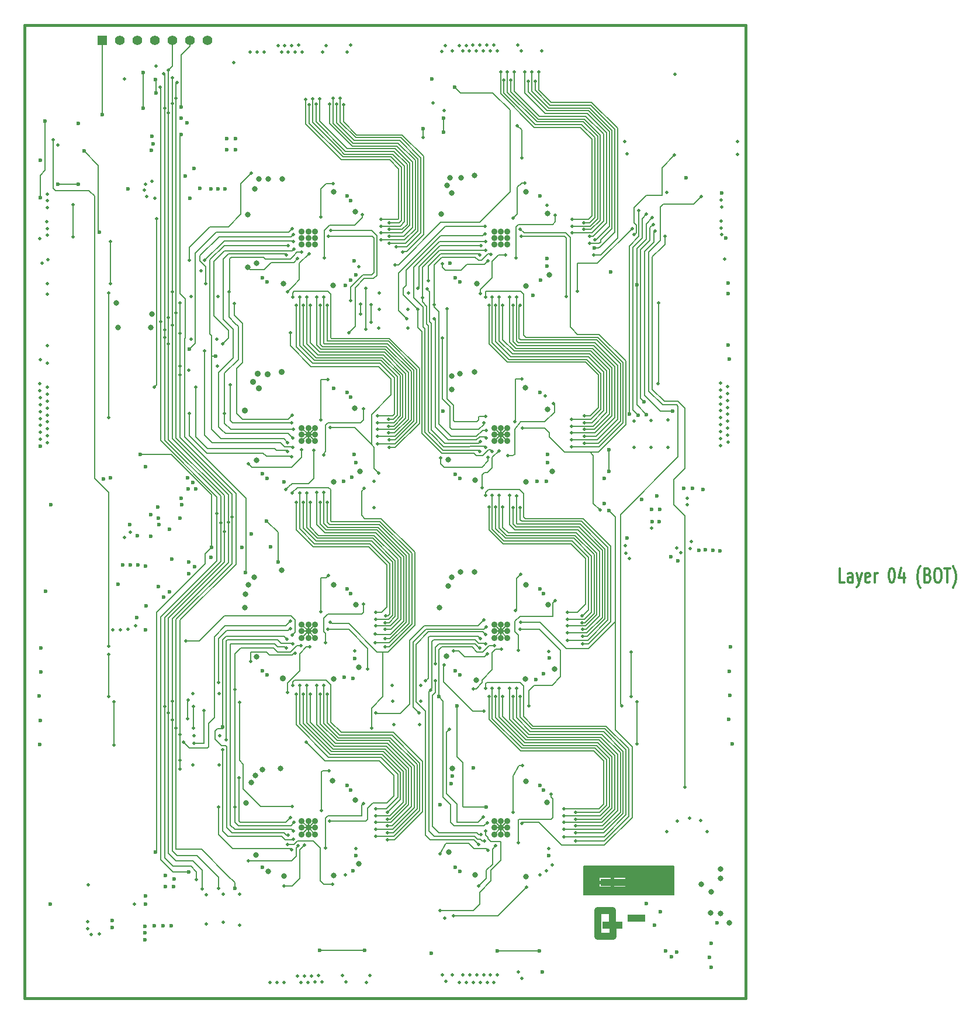
<source format=gbl>
G04 (created by PCBNEW-RS274X (2011-04-29 BZR 2986)-stable) date 12/09/2011 16:32:35*
G01*
G70*
G90*
%MOIN*%
G04 Gerber Fmt 3.4, Leading zero omitted, Abs format*
%FSLAX34Y34*%
G04 APERTURE LIST*
%ADD10C,0.006000*%
%ADD11C,0.012000*%
%ADD12C,0.015000*%
%ADD13R,0.137800X0.039400*%
%ADD14R,0.118100X0.039400*%
%ADD15R,0.098400X0.039400*%
%ADD16R,0.055000X0.055000*%
%ADD17C,0.055000*%
%ADD18C,0.035400*%
%ADD19C,0.031500*%
%ADD20C,0.023600*%
%ADD21C,0.019700*%
%ADD22C,0.039400*%
%ADD23C,0.005900*%
G04 APERTURE END LIST*
G54D10*
G54D11*
X62012Y-41622D02*
X61726Y-41622D01*
X61726Y-40822D01*
X62469Y-41622D02*
X62469Y-41203D01*
X62440Y-41127D01*
X62383Y-41088D01*
X62269Y-41088D01*
X62212Y-41127D01*
X62469Y-41584D02*
X62412Y-41622D01*
X62269Y-41622D01*
X62212Y-41584D01*
X62183Y-41508D01*
X62183Y-41431D01*
X62212Y-41355D01*
X62269Y-41317D01*
X62412Y-41317D01*
X62469Y-41279D01*
X62698Y-41088D02*
X62841Y-41622D01*
X62983Y-41088D02*
X62841Y-41622D01*
X62783Y-41812D01*
X62755Y-41850D01*
X62698Y-41888D01*
X63440Y-41584D02*
X63383Y-41622D01*
X63269Y-41622D01*
X63212Y-41584D01*
X63183Y-41508D01*
X63183Y-41203D01*
X63212Y-41127D01*
X63269Y-41088D01*
X63383Y-41088D01*
X63440Y-41127D01*
X63469Y-41203D01*
X63469Y-41279D01*
X63183Y-41355D01*
X63726Y-41622D02*
X63726Y-41088D01*
X63726Y-41241D02*
X63754Y-41165D01*
X63783Y-41127D01*
X63840Y-41088D01*
X63897Y-41088D01*
X64668Y-40822D02*
X64725Y-40822D01*
X64782Y-40860D01*
X64811Y-40898D01*
X64840Y-40974D01*
X64868Y-41127D01*
X64868Y-41317D01*
X64840Y-41469D01*
X64811Y-41546D01*
X64782Y-41584D01*
X64725Y-41622D01*
X64668Y-41622D01*
X64611Y-41584D01*
X64582Y-41546D01*
X64554Y-41469D01*
X64525Y-41317D01*
X64525Y-41127D01*
X64554Y-40974D01*
X64582Y-40898D01*
X64611Y-40860D01*
X64668Y-40822D01*
X65382Y-41088D02*
X65382Y-41622D01*
X65239Y-40784D02*
X65096Y-41355D01*
X65468Y-41355D01*
X66324Y-41927D02*
X66296Y-41888D01*
X66239Y-41774D01*
X66210Y-41698D01*
X66181Y-41584D01*
X66153Y-41393D01*
X66153Y-41241D01*
X66181Y-41050D01*
X66210Y-40936D01*
X66239Y-40860D01*
X66296Y-40746D01*
X66324Y-40708D01*
X66753Y-41203D02*
X66839Y-41241D01*
X66867Y-41279D01*
X66896Y-41355D01*
X66896Y-41469D01*
X66867Y-41546D01*
X66839Y-41584D01*
X66781Y-41622D01*
X66553Y-41622D01*
X66553Y-40822D01*
X66753Y-40822D01*
X66810Y-40860D01*
X66839Y-40898D01*
X66867Y-40974D01*
X66867Y-41050D01*
X66839Y-41127D01*
X66810Y-41165D01*
X66753Y-41203D01*
X66553Y-41203D01*
X67267Y-40822D02*
X67381Y-40822D01*
X67439Y-40860D01*
X67496Y-40936D01*
X67524Y-41088D01*
X67524Y-41355D01*
X67496Y-41508D01*
X67439Y-41584D01*
X67381Y-41622D01*
X67267Y-41622D01*
X67210Y-41584D01*
X67153Y-41508D01*
X67124Y-41355D01*
X67124Y-41088D01*
X67153Y-40936D01*
X67210Y-40860D01*
X67267Y-40822D01*
X67696Y-40822D02*
X68039Y-40822D01*
X67868Y-41622D02*
X67868Y-40822D01*
X68182Y-41927D02*
X68210Y-41888D01*
X68267Y-41774D01*
X68296Y-41698D01*
X68325Y-41584D01*
X68353Y-41393D01*
X68353Y-41241D01*
X68325Y-41050D01*
X68296Y-40936D01*
X68267Y-40860D01*
X68210Y-40746D01*
X68182Y-40708D01*
G54D12*
X56358Y-09882D02*
X56358Y-11083D01*
X15236Y-09882D02*
X15236Y-11063D01*
X56358Y-65335D02*
X15236Y-65335D01*
X15236Y-09882D02*
X56358Y-09882D01*
X56358Y-65335D02*
X56358Y-11102D01*
X15236Y-18661D02*
X15236Y-11102D01*
X15236Y-65315D02*
X15236Y-65335D01*
X15236Y-18681D02*
X15236Y-65315D01*
G54D13*
X48761Y-58720D03*
G54D14*
X48761Y-61161D03*
G54D15*
X50139Y-60767D03*
G54D16*
X19657Y-10748D03*
G54D17*
X20657Y-10748D03*
X21657Y-10748D03*
X22657Y-10748D03*
X23657Y-10748D03*
X24657Y-10748D03*
X25657Y-10748D03*
G54D18*
X51713Y-58740D03*
X51713Y-58110D03*
X51083Y-58720D03*
X51083Y-58110D03*
G54D19*
X38996Y-20650D03*
G54D18*
X27795Y-31831D03*
G54D20*
X39094Y-31870D03*
G54D19*
X38898Y-43071D03*
X27854Y-54213D03*
G54D20*
X38917Y-54291D03*
X49587Y-39114D03*
X52815Y-36260D03*
X53327Y-36260D03*
X53917Y-36319D03*
G54D21*
X26181Y-27776D03*
X26240Y-29311D03*
X37125Y-25137D03*
X37776Y-49744D03*
X37815Y-47500D03*
X26319Y-52028D03*
X37835Y-48406D03*
X25295Y-23858D03*
X51929Y-32362D03*
X26319Y-47972D03*
X35177Y-35866D03*
X26556Y-61004D03*
G54D20*
X48661Y-23937D03*
X38425Y-62776D03*
X52972Y-18583D03*
G54D21*
X49980Y-32421D03*
G54D20*
X38464Y-12933D03*
G54D21*
X50965Y-32402D03*
G54D20*
X25866Y-40197D03*
X28169Y-38878D03*
G54D21*
X52323Y-12657D03*
X22717Y-12205D03*
X26378Y-50354D03*
G54D19*
X20473Y-25708D03*
G54D21*
X49724Y-40276D03*
X49528Y-39961D03*
X49508Y-39547D03*
X53031Y-36850D03*
X53031Y-37205D03*
G54D19*
X39429Y-57008D03*
X28465Y-34665D03*
G54D20*
X34134Y-24096D03*
G54D19*
X34350Y-35295D03*
X45315Y-35295D03*
X34134Y-42913D03*
X34291Y-46476D03*
G54D20*
X48307Y-37146D03*
G54D19*
X28465Y-45866D03*
G54D21*
X37106Y-26062D03*
G54D19*
X34094Y-54035D03*
X34291Y-57677D03*
X28425Y-57165D03*
X20571Y-27087D03*
X45472Y-46574D03*
X39311Y-45846D03*
X45177Y-24096D03*
G54D21*
X27481Y-61182D03*
G54D20*
X18307Y-15472D03*
G54D19*
X45079Y-31771D03*
G54D21*
X25611Y-61103D03*
G54D19*
X45059Y-20592D03*
X34075Y-31692D03*
X39390Y-34645D03*
G54D21*
X26260Y-25335D03*
X37106Y-27145D03*
G54D20*
X39488Y-23425D03*
G54D19*
X45098Y-42913D03*
X34094Y-20493D03*
G54D20*
X18287Y-18937D03*
G54D19*
X45039Y-54153D03*
G54D21*
X45315Y-57717D03*
G54D20*
X24173Y-15177D03*
X17126Y-18937D03*
G54D19*
X28465Y-23445D03*
X27972Y-20669D03*
X27795Y-43051D03*
X54390Y-59252D03*
X54941Y-58484D03*
X54941Y-57972D03*
X53819Y-58819D03*
G54D20*
X16693Y-59980D03*
X24193Y-37205D03*
X16732Y-37205D03*
X22126Y-59488D03*
X23169Y-42480D03*
X22835Y-37343D03*
X24173Y-36831D03*
G54D21*
X21496Y-59961D03*
G54D20*
X52125Y-62972D03*
X52440Y-62716D03*
X16142Y-17579D03*
G54D21*
X52421Y-39665D03*
X53248Y-39311D03*
X53209Y-39685D03*
X52657Y-39941D03*
X50984Y-38543D03*
G54D20*
X22126Y-59980D03*
X16437Y-42146D03*
X23504Y-42165D03*
X22854Y-41870D03*
X51417Y-38169D03*
X51810Y-62618D03*
X24882Y-18031D03*
X51024Y-38169D03*
G54D21*
X24094Y-51772D03*
X24094Y-25689D03*
X24094Y-50315D03*
X24094Y-29803D03*
X24094Y-27421D03*
X24094Y-52283D03*
X24094Y-29291D03*
G54D20*
X48563Y-35295D03*
X48563Y-34055D03*
G54D21*
X26201Y-37697D03*
G54D20*
X24587Y-58150D03*
G54D21*
X22972Y-13386D03*
X22992Y-26772D03*
X50276Y-20433D03*
G54D20*
X49744Y-32047D03*
G54D19*
X41043Y-24607D03*
X40886Y-18425D03*
X29921Y-18642D03*
G54D21*
X22500Y-18760D03*
X22677Y-19744D03*
X34311Y-23642D03*
X22146Y-18917D03*
X22067Y-19272D03*
X22185Y-19646D03*
G54D19*
X43839Y-19351D03*
X43839Y-24725D03*
X32874Y-19351D03*
X30000Y-24607D03*
G54D20*
X27264Y-16969D03*
X26752Y-16969D03*
G54D19*
X32835Y-24686D03*
G54D20*
X27264Y-16339D03*
X26772Y-16339D03*
X45039Y-23584D03*
X21831Y-34331D03*
X22697Y-57008D03*
X25886Y-39646D03*
X27835Y-41063D03*
X24173Y-16102D03*
G54D21*
X31909Y-36516D03*
X35787Y-44311D03*
X35256Y-44114D03*
X31516Y-37067D03*
X32106Y-37067D03*
X35236Y-44567D03*
X31319Y-36535D03*
X35807Y-43917D03*
X32303Y-36516D03*
X35787Y-44843D03*
X35256Y-43720D03*
X31122Y-37067D03*
X32500Y-37067D03*
X35217Y-45079D03*
X30925Y-36535D03*
X35827Y-43524D03*
X35787Y-45295D03*
X30512Y-36535D03*
X35256Y-43327D03*
X30728Y-37067D03*
G54D20*
X24626Y-28327D03*
G54D21*
X30512Y-21457D03*
X30453Y-32539D03*
X26969Y-30354D03*
X32677Y-32815D03*
X30394Y-27402D03*
X33740Y-27402D03*
X32697Y-21575D03*
X35433Y-35394D03*
G54D19*
X27972Y-23681D03*
G54D21*
X30807Y-23169D03*
X30217Y-25060D03*
X31457Y-22894D03*
X32126Y-20788D03*
X32835Y-18899D03*
X34488Y-20651D03*
X32323Y-23150D03*
X30492Y-32106D03*
X32579Y-21909D03*
X33819Y-25551D03*
X27205Y-25728D03*
X24646Y-32008D03*
X30472Y-34469D03*
X26634Y-32008D03*
X31024Y-22815D03*
X30551Y-32913D03*
X30551Y-21811D03*
X25571Y-24587D03*
X26890Y-25079D03*
X26535Y-28031D03*
X25512Y-28425D03*
X30610Y-22618D03*
X30531Y-33936D03*
X31043Y-34055D03*
X28012Y-34882D03*
X30138Y-36339D03*
X31732Y-34094D03*
X32126Y-32382D03*
X32539Y-30078D03*
X34547Y-31732D03*
X32283Y-34370D03*
X30236Y-33661D03*
G54D20*
X26142Y-28740D03*
G54D21*
X30276Y-22422D03*
X31516Y-25846D03*
X35374Y-32913D03*
X31909Y-25354D03*
X36004Y-33110D03*
X36004Y-32717D03*
X31319Y-25354D03*
X32106Y-25827D03*
X35374Y-33307D03*
X35374Y-32520D03*
X31122Y-25846D03*
X36024Y-33504D03*
X32303Y-25354D03*
X35984Y-32323D03*
X30925Y-25354D03*
X35374Y-33720D03*
X32500Y-25827D03*
X30728Y-25846D03*
X35374Y-32126D03*
X36024Y-33937D03*
X30531Y-25354D03*
X23228Y-27224D03*
X25039Y-58563D03*
X26417Y-38248D03*
X34685Y-24882D03*
X34685Y-27185D03*
G54D20*
X21988Y-14587D03*
X21988Y-12559D03*
G54D21*
X23228Y-14587D03*
X24862Y-48701D03*
X24862Y-49941D03*
X23169Y-12618D03*
X23228Y-48701D03*
X23228Y-27657D03*
X22618Y-30492D03*
X22756Y-20886D03*
X18012Y-20098D03*
X25000Y-30492D03*
X30236Y-34173D03*
X18012Y-21929D03*
G54D20*
X24154Y-14547D03*
G54D21*
X30177Y-22954D03*
X30531Y-33405D03*
X24646Y-23268D03*
X30551Y-22185D03*
X25512Y-23268D03*
X28169Y-18307D03*
X32047Y-14055D03*
X35571Y-21713D03*
X31850Y-14370D03*
X36024Y-21516D03*
X35571Y-21319D03*
X31654Y-14075D03*
X31457Y-14390D03*
X36024Y-21122D03*
X35571Y-20925D03*
X31260Y-14094D03*
G54D20*
X24567Y-36299D03*
X24980Y-36299D03*
X24823Y-35945D03*
G54D19*
X40925Y-35806D03*
G54D20*
X45079Y-34802D03*
G54D19*
X32854Y-35885D03*
G54D21*
X21260Y-38760D03*
G54D19*
X43839Y-35885D03*
G54D20*
X32854Y-30571D03*
X30039Y-35906D03*
G54D19*
X43799Y-30531D03*
G54D20*
X34114Y-34802D03*
G54D21*
X20945Y-39075D03*
G54D20*
X24528Y-35669D03*
X21673Y-38976D03*
X21240Y-38346D03*
G54D19*
X40886Y-29646D03*
G54D18*
X29902Y-29646D03*
G54D21*
X51378Y-30295D03*
X51398Y-25689D03*
X42894Y-36673D03*
X47047Y-44311D03*
X42500Y-37343D03*
X46201Y-44114D03*
X43091Y-37362D03*
X46199Y-44510D03*
X47044Y-43920D03*
X42303Y-36673D03*
X43287Y-36693D03*
X47047Y-44705D03*
X42106Y-37323D03*
X46201Y-43720D03*
X43484Y-37382D03*
X46201Y-44921D03*
X47028Y-43524D03*
X41909Y-36673D03*
X47047Y-45138D03*
X41516Y-36673D03*
X46201Y-43327D03*
X41713Y-37323D03*
X41496Y-21340D03*
X37028Y-26594D03*
X39055Y-27697D03*
X41417Y-32519D03*
X43504Y-21496D03*
X43642Y-32835D03*
X48051Y-37500D03*
X41654Y-23288D03*
X39075Y-23466D03*
X41240Y-25159D03*
X42677Y-22972D03*
X43110Y-20867D03*
X43760Y-18859D03*
X43268Y-23150D03*
X45512Y-20690D03*
X38957Y-34547D03*
X41673Y-34487D03*
X42283Y-34134D03*
X41319Y-36220D03*
X43188Y-32461D03*
X43602Y-30039D03*
X42795Y-34409D03*
X45394Y-31417D03*
X41535Y-32165D03*
X43563Y-21909D03*
X39331Y-26043D03*
X46122Y-25335D03*
X41831Y-22933D03*
X38583Y-25807D03*
X37657Y-26063D03*
X41575Y-32952D03*
X41496Y-21752D03*
X41890Y-34154D03*
X37657Y-24882D03*
X38189Y-24902D03*
X41260Y-22422D03*
X41240Y-33602D03*
X37913Y-25394D03*
X41535Y-33917D03*
X41535Y-22697D03*
X42500Y-25846D03*
X47165Y-32913D03*
X42894Y-25354D03*
X46417Y-33110D03*
X46417Y-32717D03*
X42303Y-25354D03*
X47165Y-33307D03*
X43091Y-25846D03*
X42106Y-25846D03*
X47165Y-32520D03*
X46417Y-33504D03*
X43287Y-25354D03*
X41909Y-25354D03*
X46417Y-32323D03*
X43484Y-25846D03*
X47165Y-33701D03*
X47165Y-32126D03*
X41713Y-25846D03*
X41516Y-25354D03*
X46417Y-33898D03*
X27067Y-37913D03*
X23878Y-14035D03*
X24547Y-48346D03*
X34390Y-25768D03*
X24528Y-49409D03*
X23917Y-13130D03*
X23878Y-26280D03*
X34390Y-26319D03*
X23878Y-49921D03*
G54D20*
X27224Y-59075D03*
G54D21*
X41201Y-34153D03*
X41535Y-22186D03*
X38248Y-24429D03*
X36378Y-23524D03*
X41201Y-22953D03*
G54D20*
X39763Y-13386D03*
G54D21*
X38602Y-26594D03*
X41555Y-33385D03*
X46772Y-25020D03*
X49882Y-21457D03*
X24882Y-50787D03*
X25354Y-59114D03*
X23445Y-12421D03*
X23445Y-26535D03*
X26634Y-38740D03*
X23445Y-49055D03*
X23445Y-28031D03*
X23445Y-14882D03*
X25453Y-48937D03*
X43346Y-15610D03*
X43583Y-17421D03*
X43169Y-12520D03*
X46476Y-21713D03*
X42972Y-12992D03*
X47126Y-21516D03*
X46476Y-21319D03*
X42776Y-12520D03*
X42579Y-12992D03*
X47126Y-21122D03*
X46476Y-20925D03*
X42382Y-12520D03*
G54D19*
X40945Y-58307D03*
G54D20*
X45138Y-57185D03*
G54D21*
X19016Y-61693D03*
G54D19*
X30020Y-58366D03*
G54D21*
X19489Y-61672D03*
G54D20*
X23740Y-58957D03*
G54D19*
X32874Y-58346D03*
G54D20*
X34114Y-57185D03*
X23268Y-58957D03*
G54D19*
X32795Y-52933D03*
G54D20*
X23268Y-58327D03*
G54D19*
X43839Y-52972D03*
G54D21*
X18819Y-60965D03*
G54D20*
X20236Y-60886D03*
X20236Y-61299D03*
X40846Y-52205D03*
G54D19*
X29843Y-52244D03*
X43819Y-58386D03*
G54D20*
X23760Y-58524D03*
G54D21*
X18819Y-61378D03*
X50157Y-48445D03*
X50157Y-50846D03*
G54D20*
X44606Y-62638D03*
X42185Y-62638D03*
G54D21*
X35256Y-49075D03*
X41437Y-43779D03*
X39449Y-50000D03*
X41398Y-55000D03*
G54D20*
X48563Y-37520D03*
G54D21*
X43524Y-43898D03*
X43583Y-55374D03*
X39705Y-45531D03*
X41634Y-45689D03*
X40827Y-47697D03*
X42441Y-45433D03*
X43524Y-41161D03*
X43228Y-43248D03*
X43386Y-45512D03*
X45512Y-42677D03*
X43484Y-44311D03*
X43996Y-48661D03*
G54D20*
X41555Y-54449D03*
X39902Y-48661D03*
G54D21*
X41614Y-55335D03*
X41555Y-44154D03*
G54D20*
X38858Y-48150D03*
G54D21*
X37736Y-49075D03*
X42028Y-45217D03*
X41654Y-56890D03*
X38937Y-57106D03*
X42106Y-56634D03*
X41142Y-58937D03*
X43110Y-54744D03*
X43622Y-52067D03*
X43386Y-56457D03*
X45276Y-53701D03*
X38661Y-47244D03*
X41260Y-56004D03*
X38110Y-47244D03*
X41240Y-44842D03*
X41516Y-45118D03*
X41457Y-56358D03*
X38386Y-47756D03*
X45984Y-55315D03*
X42500Y-48130D03*
X42894Y-47657D03*
X46673Y-55512D03*
X46673Y-55118D03*
X42303Y-47657D03*
X45984Y-55709D03*
X43091Y-48130D03*
X45984Y-54921D03*
X42106Y-48130D03*
X43287Y-47657D03*
X46673Y-55906D03*
X46673Y-54724D03*
X41909Y-47657D03*
X43484Y-48130D03*
X45984Y-56122D03*
X41713Y-48130D03*
X45984Y-54528D03*
X46673Y-56358D03*
X41516Y-47657D03*
X41142Y-56575D03*
X41516Y-44587D03*
X38661Y-46280D03*
X41181Y-45374D03*
X39173Y-46319D03*
X49311Y-48681D03*
X41437Y-48957D03*
X53839Y-19646D03*
X38937Y-60335D03*
X41535Y-55787D03*
X49843Y-48130D03*
X49843Y-45610D03*
G54D20*
X45157Y-45944D03*
G54D19*
X32854Y-41752D03*
X32854Y-47126D03*
G54D21*
X20276Y-44350D03*
X21122Y-44291D03*
X21575Y-44114D03*
G54D18*
X29961Y-47106D03*
G54D19*
X41004Y-47205D03*
G54D20*
X22126Y-44331D03*
X21634Y-43622D03*
G54D19*
X40906Y-41024D03*
X29902Y-40925D03*
G54D20*
X24587Y-41142D03*
X24941Y-40748D03*
X24587Y-40453D03*
G54D19*
X43839Y-41752D03*
G54D20*
X34075Y-45964D03*
G54D21*
X20709Y-44350D03*
G54D19*
X43780Y-47145D03*
G54D20*
X32067Y-62598D03*
X34646Y-62598D03*
G54D21*
X24311Y-50748D03*
X30394Y-43838D03*
X27461Y-52776D03*
X30394Y-55039D03*
X32677Y-43898D03*
X32638Y-55217D03*
X31280Y-50728D03*
X35020Y-49921D03*
X34606Y-36260D03*
X30669Y-45669D03*
X28130Y-46142D03*
X30217Y-47894D03*
X31496Y-45315D03*
X32559Y-41240D03*
X32126Y-43287D03*
X32402Y-45078D03*
X34567Y-42854D03*
X32520Y-44311D03*
X34803Y-46575D03*
X30512Y-54409D03*
X27480Y-48465D03*
X30256Y-56023D03*
X30197Y-44862D03*
G54D20*
X26516Y-49882D03*
G54D21*
X30846Y-56634D03*
X27992Y-57500D03*
X31201Y-56594D03*
X30039Y-58917D03*
X32165Y-54646D03*
X32598Y-52362D03*
X32402Y-56752D03*
X34567Y-54232D03*
X31004Y-45217D03*
X27224Y-47717D03*
X30453Y-56870D03*
X26280Y-54449D03*
X26280Y-47323D03*
X30394Y-44252D03*
X30610Y-55315D03*
X27224Y-54449D03*
X30551Y-56279D03*
X26535Y-51181D03*
X30531Y-45137D03*
X26732Y-50610D03*
X35276Y-55315D03*
X31516Y-47992D03*
X31909Y-47500D03*
X35945Y-55512D03*
X35945Y-55118D03*
X31319Y-47500D03*
X32106Y-47992D03*
X35276Y-55709D03*
X31122Y-47992D03*
X35276Y-54921D03*
X32303Y-47500D03*
X35945Y-55906D03*
X30925Y-47500D03*
X35945Y-54724D03*
X35276Y-56102D03*
X32500Y-47992D03*
X30728Y-47992D03*
X35276Y-54528D03*
X35945Y-56299D03*
X30531Y-47500D03*
X23661Y-12874D03*
X23661Y-49469D03*
X23661Y-48386D03*
X23661Y-25079D03*
X26299Y-59055D03*
X34980Y-26811D03*
X34980Y-25807D03*
X23661Y-26969D03*
G54D20*
X29035Y-38130D03*
G54D21*
X23661Y-14331D03*
X26850Y-38209D03*
G54D20*
X29685Y-40453D03*
X19665Y-14961D03*
G54D21*
X32795Y-58819D03*
X30236Y-56575D03*
X30551Y-55787D03*
X30157Y-45374D03*
X30492Y-44646D03*
X20039Y-45276D03*
X24429Y-44961D03*
X16870Y-16398D03*
G54D20*
X50157Y-24665D03*
X50709Y-32067D03*
G54D21*
X51043Y-20846D03*
X38523Y-14291D03*
G54D20*
X39114Y-15157D03*
X39114Y-15965D03*
G54D21*
X52303Y-17283D03*
X51752Y-21909D03*
X39705Y-60630D03*
X43858Y-58996D03*
X52894Y-53307D03*
X50000Y-21811D03*
G54D20*
X37953Y-15768D03*
X18622Y-17047D03*
X19488Y-21654D03*
G54D21*
X37953Y-16260D03*
X51083Y-21220D03*
G54D20*
X50551Y-31319D03*
X16122Y-19685D03*
X16398Y-15335D03*
X52185Y-31870D03*
G54D21*
X51181Y-21614D03*
G54D20*
X50236Y-32087D03*
G54D21*
X50709Y-20650D03*
G54D19*
X54941Y-60512D03*
X55413Y-61024D03*
X54350Y-60472D03*
G54D20*
X51004Y-37480D03*
X50433Y-36909D03*
X51457Y-37480D03*
G54D19*
X27815Y-42303D03*
X28012Y-41752D03*
X28346Y-41339D03*
X39488Y-18583D03*
X40138Y-18583D03*
X39331Y-19016D03*
X39587Y-19429D03*
X28366Y-19193D03*
X28602Y-18642D03*
X29134Y-18642D03*
G54D18*
X28602Y-30551D03*
X28268Y-30197D03*
X28524Y-29724D03*
X29094Y-29764D03*
G54D19*
X39587Y-30630D03*
X39587Y-29862D03*
X40079Y-29724D03*
X39587Y-41319D03*
X40098Y-41043D03*
X39390Y-41850D03*
X39626Y-52244D03*
X28780Y-52303D03*
X28406Y-52618D03*
X28150Y-53031D03*
G54D20*
X39567Y-53110D03*
X39626Y-52677D03*
X23130Y-61201D03*
X22638Y-61201D03*
X23583Y-61201D03*
X22106Y-61594D03*
X22106Y-61220D03*
X22106Y-62008D03*
X22165Y-42972D03*
X22854Y-37953D03*
X24094Y-37953D03*
X23504Y-38602D03*
X22894Y-38346D03*
X22421Y-39016D03*
X22421Y-37776D03*
X26260Y-19193D03*
X25866Y-19193D03*
X26654Y-19193D03*
X24390Y-18465D03*
X25236Y-19173D03*
X24665Y-19724D03*
G54D21*
X45138Y-45551D03*
G54D20*
X51299Y-36713D03*
X54390Y-63583D03*
X54390Y-62205D03*
X54311Y-62992D03*
X50689Y-59941D03*
X51496Y-60413D03*
G54D21*
X33543Y-58287D03*
X45118Y-56791D03*
X44980Y-58071D03*
X44626Y-58287D03*
G54D18*
X31418Y-22009D03*
X31791Y-21635D03*
X31790Y-44037D03*
X31417Y-44411D03*
X31416Y-44037D03*
X31416Y-44785D03*
X31790Y-44785D03*
X31790Y-44411D03*
X31042Y-44411D03*
G54D21*
X45039Y-20118D03*
G54D18*
X31042Y-44785D03*
X42400Y-44038D03*
X42026Y-44786D03*
X42026Y-44038D03*
X42026Y-44412D03*
X42774Y-44412D03*
X42774Y-44786D03*
X42400Y-44786D03*
X42401Y-44412D03*
X42774Y-44038D03*
X42774Y-55985D03*
X42400Y-55985D03*
X42401Y-55611D03*
X42774Y-55237D03*
X42026Y-55611D03*
X42026Y-55237D03*
X42026Y-55985D03*
X42400Y-55237D03*
X42774Y-55611D03*
X31417Y-32832D03*
X31418Y-33206D03*
X31791Y-32832D03*
G54D21*
X40218Y-11339D03*
X40415Y-11024D03*
X16535Y-24606D03*
X29685Y-11043D03*
X40021Y-11044D03*
X29882Y-11397D03*
X30079Y-11023D03*
X30276Y-11397D03*
X31063Y-11397D03*
X32441Y-11043D03*
X55157Y-23189D03*
X16220Y-23425D03*
X31004Y-64429D03*
X16496Y-21063D03*
X30866Y-11004D03*
X31791Y-64390D03*
G54D18*
X42027Y-33583D03*
G54D21*
X16535Y-19882D03*
G54D20*
X28799Y-24253D03*
G54D18*
X31043Y-22009D03*
G54D21*
X55354Y-33622D03*
G54D20*
X44213Y-25257D03*
G54D21*
X16516Y-21850D03*
G54D20*
X44624Y-53190D03*
X44821Y-53465D03*
G54D21*
X41220Y-64429D03*
G54D18*
X42027Y-33209D03*
X42775Y-32835D03*
G54D21*
X31594Y-64075D03*
X16517Y-21458D03*
G54D20*
X54881Y-39843D03*
G54D19*
X22441Y-27087D03*
G54D21*
X24724Y-27776D03*
X24606Y-29547D03*
G54D20*
X28798Y-57854D03*
G54D21*
X40433Y-64429D03*
X32244Y-11398D03*
X41989Y-11005D03*
X44745Y-11339D03*
X32185Y-64409D03*
X24724Y-25335D03*
G54D18*
X31043Y-21635D03*
G54D21*
X35472Y-25137D03*
G54D18*
X42401Y-32835D03*
G54D20*
X44625Y-19586D03*
G54D21*
X27481Y-59390D03*
X33563Y-64390D03*
G54D18*
X42775Y-33583D03*
G54D21*
X25611Y-59449D03*
X35452Y-26062D03*
X49980Y-33937D03*
X51929Y-33937D03*
G54D20*
X40057Y-58111D03*
G54D21*
X29626Y-64449D03*
G54D18*
X31042Y-44037D03*
G54D20*
X39783Y-24251D03*
X54488Y-39804D03*
G54D21*
X54921Y-33031D03*
X27165Y-12008D03*
X36299Y-49744D03*
G54D20*
X40057Y-46912D03*
X20137Y-35666D03*
G54D21*
X39193Y-60768D03*
X55335Y-30866D03*
G54D19*
X29114Y-58110D03*
G54D18*
X42402Y-22007D03*
X31791Y-22009D03*
G54D21*
X54921Y-31063D03*
G54D20*
X39782Y-57855D03*
G54D19*
X22501Y-26338D03*
G54D20*
X52106Y-40178D03*
X28799Y-35450D03*
G54D21*
X43564Y-11340D03*
X44921Y-31003D03*
G54D20*
X40058Y-35709D03*
G54D21*
X41793Y-11340D03*
X41596Y-11005D03*
X41399Y-11340D03*
X41202Y-11005D03*
X41005Y-11340D03*
X40808Y-11005D03*
X42186Y-11340D03*
X39173Y-14744D03*
G54D18*
X31417Y-33580D03*
X31791Y-33206D03*
G54D20*
X40058Y-24507D03*
G54D21*
X55335Y-33228D03*
G54D20*
X28798Y-46655D03*
G54D21*
X16122Y-32677D03*
X16535Y-32087D03*
G54D20*
X39783Y-35453D03*
G54D18*
X31043Y-33580D03*
G54D21*
X28502Y-11397D03*
G54D20*
X33837Y-42265D03*
X34035Y-34350D03*
G54D21*
X54921Y-31457D03*
G54D20*
X55512Y-45315D03*
G54D21*
X16535Y-19488D03*
G54D18*
X42401Y-21633D03*
G54D21*
X16083Y-22047D03*
X34744Y-64429D03*
G54D18*
X42775Y-21633D03*
G54D20*
X33837Y-53464D03*
G54D21*
X16535Y-25197D03*
X40612Y-11340D03*
X31398Y-64429D03*
X16535Y-28150D03*
X39646Y-64016D03*
X16535Y-29134D03*
X30472Y-11023D03*
X16536Y-30513D03*
X43367Y-11005D03*
X54961Y-19843D03*
X16535Y-30906D03*
X55335Y-31654D03*
G54D20*
X29074Y-35706D03*
G54D21*
X33620Y-11397D03*
X16535Y-31693D03*
X16122Y-31890D03*
G54D20*
X19743Y-35745D03*
G54D21*
X16535Y-32480D03*
X16122Y-32284D03*
X16122Y-33071D03*
X16535Y-33268D03*
X16122Y-33465D03*
X16535Y-33661D03*
X29232Y-64429D03*
X54980Y-20236D03*
X30020Y-64449D03*
X31988Y-64035D03*
X16102Y-30315D03*
G54D18*
X31043Y-33206D03*
G54D21*
X40236Y-64016D03*
G54D18*
X42027Y-21633D03*
G54D20*
X29074Y-24509D03*
G54D21*
X54921Y-33425D03*
X16535Y-31299D03*
X43583Y-64213D03*
X54921Y-33819D03*
X42205Y-64016D03*
X41811Y-64016D03*
X41614Y-64429D03*
X41417Y-64016D03*
X41024Y-64016D03*
X40827Y-64429D03*
G54D20*
X33640Y-53189D03*
X33641Y-30785D03*
G54D21*
X39055Y-64016D03*
G54D20*
X33838Y-31060D03*
G54D18*
X42027Y-22381D03*
G54D20*
X54074Y-39765D03*
G54D18*
X42027Y-32835D03*
G54D21*
X16122Y-31496D03*
G54D18*
X42775Y-33209D03*
X31043Y-32832D03*
G54D20*
X33838Y-19863D03*
G54D21*
X33817Y-11003D03*
G54D20*
X33641Y-19588D03*
G54D21*
X43386Y-63819D03*
X42008Y-64429D03*
X54961Y-21024D03*
X54921Y-31850D03*
X16555Y-23228D03*
X55335Y-30472D03*
G54D18*
X31417Y-21635D03*
G54D20*
X20551Y-41733D03*
G54D21*
X55335Y-32441D03*
X39252Y-64370D03*
G54D20*
X24497Y-15426D03*
X22509Y-16213D03*
X22549Y-16626D03*
X22450Y-17000D03*
X23622Y-40296D03*
X22126Y-40689D03*
X21693Y-40650D03*
X21260Y-40650D03*
X20846Y-40630D03*
X16122Y-33858D03*
X16102Y-50866D03*
X16122Y-49488D03*
X16063Y-48110D03*
X16161Y-46732D03*
X16161Y-45354D03*
G54D21*
X34941Y-64035D03*
G54D20*
X44764Y-63819D03*
X55610Y-50827D03*
X55394Y-49449D03*
X55453Y-48071D03*
X55433Y-46693D03*
X55413Y-28898D03*
X55354Y-28110D03*
X55354Y-25157D03*
X55354Y-24567D03*
G54D21*
X54921Y-32638D03*
X54921Y-30669D03*
X55335Y-31260D03*
X54921Y-32244D03*
X30669Y-11398D03*
G54D18*
X42402Y-33209D03*
G54D20*
X55236Y-22008D03*
G54D18*
X31417Y-22383D03*
G54D20*
X54980Y-19449D03*
G54D21*
X28895Y-11397D03*
X28108Y-11397D03*
G54D20*
X33523Y-24686D03*
X33838Y-24411D03*
X33425Y-35865D03*
X33897Y-35629D03*
X33465Y-47047D03*
X33957Y-47086D03*
X44409Y-47165D03*
X44822Y-46830D03*
G54D21*
X34055Y-45531D03*
X34114Y-56791D03*
G54D20*
X45058Y-34330D03*
X45039Y-23169D03*
X34035Y-23307D03*
X44448Y-35865D03*
X45000Y-35865D03*
X44665Y-24410D03*
X33956Y-58051D03*
G54D21*
X35413Y-27145D03*
G54D20*
X44625Y-30788D03*
G54D21*
X54961Y-21417D03*
X54980Y-21811D03*
G54D20*
X52499Y-40414D03*
G54D21*
X16142Y-28937D03*
G54D20*
X33640Y-41990D03*
X44624Y-41991D03*
X44821Y-42266D03*
X29073Y-46911D03*
G54D21*
X24823Y-47972D03*
X24882Y-50354D03*
X24823Y-52028D03*
X36201Y-47500D03*
X36220Y-48406D03*
X20945Y-12933D03*
G54D20*
X22146Y-35020D03*
X29252Y-39606D03*
X27618Y-39626D03*
X48307Y-35689D03*
G54D21*
X35177Y-37382D03*
X55906Y-16516D03*
X55886Y-17244D03*
X49469Y-16516D03*
X49587Y-17185D03*
X50965Y-33917D03*
G54D18*
X31791Y-22383D03*
G54D21*
X53799Y-55197D03*
X52461Y-55236D03*
G54D18*
X31791Y-33580D03*
G54D21*
X54154Y-55827D03*
G54D18*
X31043Y-22383D03*
G54D21*
X51870Y-55827D03*
X53150Y-55079D03*
G54D18*
X48760Y-60335D03*
X47933Y-61791D03*
X47933Y-60335D03*
X48780Y-61791D03*
G54D21*
X30807Y-64075D03*
X39234Y-11044D03*
X31201Y-64075D03*
X39627Y-11339D03*
G54D18*
X31042Y-55984D03*
X31042Y-55236D03*
X31042Y-55610D03*
G54D21*
X39037Y-11359D03*
G54D18*
X31790Y-55236D03*
X31417Y-55610D03*
X31416Y-55236D03*
X31416Y-55984D03*
X31790Y-55984D03*
X31790Y-55610D03*
X42027Y-22007D03*
G54D20*
X54743Y-61043D03*
X51160Y-61161D03*
G54D18*
X42775Y-22007D03*
X42775Y-22381D03*
G54D21*
X16535Y-32874D03*
G54D18*
X42401Y-22381D03*
X42401Y-33583D03*
G54D20*
X39782Y-46656D03*
G54D21*
X33366Y-64035D03*
X40630Y-64016D03*
X55335Y-32047D03*
X16122Y-31102D03*
G54D20*
X53681Y-39784D03*
G54D21*
X55335Y-32835D03*
X54921Y-30276D03*
X40039Y-64429D03*
X26556Y-59410D03*
X16102Y-30709D03*
G54D20*
X21122Y-19213D03*
G54D21*
X16516Y-20276D03*
X51870Y-19390D03*
X17126Y-16713D03*
X18858Y-58878D03*
G54D20*
X22717Y-13740D03*
X22697Y-12953D03*
G54D21*
X20020Y-25138D03*
X20020Y-32244D03*
X20138Y-22205D03*
X20138Y-24606D03*
X35571Y-22106D03*
X32835Y-14035D03*
X47776Y-22106D03*
X43957Y-13071D03*
G54D20*
X47717Y-22579D03*
G54D21*
X44350Y-13071D03*
X44547Y-12520D03*
X47697Y-22953D03*
X36437Y-22500D03*
X33228Y-14035D03*
X36791Y-22795D03*
X33425Y-14390D03*
X20039Y-45728D03*
X20039Y-48130D03*
X20335Y-50886D03*
X20335Y-48425D03*
X33031Y-14370D03*
X36024Y-22303D03*
X32638Y-14370D03*
X36024Y-21909D03*
X44154Y-12520D03*
X47461Y-22303D03*
X43760Y-12520D03*
X47461Y-21909D03*
G54D22*
X51103Y-58740D02*
X51083Y-58720D01*
X51713Y-58110D02*
X51083Y-58110D01*
X51083Y-58110D02*
X51083Y-58720D01*
X51713Y-58740D02*
X51713Y-58110D01*
X48761Y-58720D02*
X51083Y-58720D01*
X51713Y-58740D02*
X51103Y-58740D01*
G54D23*
X17126Y-18937D02*
X18287Y-18937D01*
X24094Y-50472D02*
X24094Y-50315D01*
X24094Y-33365D02*
X27283Y-36554D01*
X27283Y-36554D02*
X27283Y-40591D01*
X24094Y-51772D02*
X24094Y-52283D01*
X24094Y-27421D02*
X24094Y-25689D01*
X24094Y-43780D02*
X24094Y-47441D01*
X24094Y-29803D02*
X24094Y-33012D01*
X24094Y-29291D02*
X24094Y-29803D01*
X24094Y-33012D02*
X24094Y-33365D01*
X24094Y-47441D02*
X24094Y-50472D01*
X24094Y-29291D02*
X24094Y-27421D01*
X27283Y-40591D02*
X24094Y-43780D01*
X24094Y-50472D02*
X24094Y-51772D01*
X22992Y-26772D02*
X22992Y-33544D01*
X22992Y-43602D02*
X26201Y-40393D01*
X26201Y-37697D02*
X26201Y-40393D01*
X22992Y-57205D02*
X22992Y-57441D01*
X22972Y-13386D02*
X22992Y-13406D01*
X22992Y-13406D02*
X22992Y-26772D01*
X22992Y-43917D02*
X22992Y-57205D01*
X23701Y-58150D02*
X24587Y-58150D01*
X22992Y-57441D02*
X23701Y-58150D01*
X26201Y-36753D02*
X22992Y-33544D01*
X22992Y-43917D02*
X22992Y-43602D01*
X26201Y-37697D02*
X26201Y-36753D01*
X48563Y-35295D02*
X48563Y-34055D01*
X50276Y-21909D02*
X50276Y-20433D01*
X49724Y-22461D02*
X50276Y-21909D01*
X49724Y-31988D02*
X49724Y-32027D01*
X49724Y-31988D02*
X49724Y-22461D01*
X49724Y-32027D02*
X49744Y-32047D01*
X22520Y-34331D02*
X21831Y-34331D01*
X23583Y-34331D02*
X22520Y-34331D01*
X25886Y-36850D02*
X25886Y-36634D01*
X25886Y-39646D02*
X25886Y-36850D01*
X25886Y-36634D02*
X23583Y-34331D01*
X22756Y-56949D02*
X22697Y-57008D01*
X24350Y-28917D02*
X24350Y-27736D01*
X22756Y-43345D02*
X22756Y-56949D01*
X24094Y-16181D02*
X24173Y-16102D01*
X25886Y-39646D02*
X25885Y-39646D01*
X25531Y-40570D02*
X22756Y-43345D01*
X25531Y-40000D02*
X25531Y-40570D01*
X25885Y-39646D02*
X25531Y-40000D01*
X24350Y-33346D02*
X24350Y-28917D01*
X24094Y-16319D02*
X24094Y-16181D01*
X27835Y-41063D02*
X27854Y-41044D01*
X24350Y-27736D02*
X24390Y-27696D01*
X27854Y-41044D02*
X27854Y-36850D01*
X27854Y-36850D02*
X24350Y-33346D01*
X24094Y-25177D02*
X24094Y-16319D01*
X24390Y-25473D02*
X24094Y-25177D01*
X24390Y-27696D02*
X24390Y-25473D01*
X31909Y-38346D02*
X31909Y-36516D01*
X35787Y-44311D02*
X36122Y-44311D01*
X32362Y-38799D02*
X31909Y-38346D01*
X36693Y-40236D02*
X35256Y-38799D01*
X35256Y-38799D02*
X32362Y-38799D01*
X36693Y-43740D02*
X36693Y-40236D01*
X36122Y-44311D02*
X36693Y-43740D01*
X31516Y-37067D02*
X31516Y-38465D01*
X31516Y-38465D02*
X32008Y-38957D01*
X36535Y-43662D02*
X36083Y-44114D01*
X35177Y-38957D02*
X36535Y-40315D01*
X36083Y-44114D02*
X35256Y-44114D01*
X36535Y-40315D02*
X36535Y-43662D01*
X32008Y-38957D02*
X35177Y-38957D01*
X32106Y-38307D02*
X32441Y-38642D01*
X35236Y-44567D02*
X35256Y-44587D01*
X36850Y-43820D02*
X36083Y-44587D01*
X32106Y-37067D02*
X32106Y-38307D01*
X35256Y-44587D02*
X35591Y-44587D01*
X36850Y-40157D02*
X36850Y-43820D01*
X35335Y-38642D02*
X36850Y-40157D01*
X32441Y-38642D02*
X35335Y-38642D01*
X36083Y-44587D02*
X35591Y-44587D01*
X35807Y-43917D02*
X36044Y-43917D01*
X36044Y-43917D02*
X36378Y-43583D01*
X31319Y-38504D02*
X31319Y-36535D01*
X36378Y-43583D02*
X36378Y-40394D01*
X31929Y-39114D02*
X31319Y-38504D01*
X35098Y-39114D02*
X31929Y-39114D01*
X36378Y-40394D02*
X35098Y-39114D01*
X32303Y-38268D02*
X32519Y-38484D01*
X32303Y-36516D02*
X32303Y-38268D01*
X32519Y-38484D02*
X35394Y-38484D01*
X36063Y-44843D02*
X35827Y-44843D01*
X37008Y-43898D02*
X36063Y-44843D01*
X35394Y-38484D02*
X37008Y-40098D01*
X35787Y-44843D02*
X35827Y-44843D01*
X37008Y-40098D02*
X37008Y-43898D01*
X36005Y-43720D02*
X35256Y-43720D01*
X36220Y-43505D02*
X36005Y-43720D01*
X31122Y-37067D02*
X31122Y-38543D01*
X31122Y-38543D02*
X31851Y-39272D01*
X35020Y-39272D02*
X36220Y-40472D01*
X31851Y-39272D02*
X35020Y-39272D01*
X36220Y-40472D02*
X36220Y-43505D01*
X32638Y-38327D02*
X35453Y-38327D01*
X32500Y-38189D02*
X32638Y-38327D01*
X37165Y-43957D02*
X36043Y-45079D01*
X35217Y-45079D02*
X36043Y-45079D01*
X32500Y-37067D02*
X32500Y-38189D01*
X35453Y-38327D02*
X37165Y-40039D01*
X37165Y-40039D02*
X37165Y-43957D01*
X31772Y-39429D02*
X30925Y-38582D01*
X36063Y-40551D02*
X34941Y-39429D01*
X30925Y-38582D02*
X30925Y-36535D01*
X36063Y-43425D02*
X36063Y-40551D01*
X35827Y-43524D02*
X35964Y-43524D01*
X35964Y-43524D02*
X36063Y-43425D01*
X34941Y-39429D02*
X31772Y-39429D01*
X32579Y-36220D02*
X30788Y-36220D01*
X32697Y-38147D02*
X32697Y-36338D01*
X30788Y-36220D02*
X30512Y-36496D01*
X32719Y-38169D02*
X32697Y-38147D01*
X32697Y-36338D02*
X32579Y-36220D01*
X35787Y-45295D02*
X36043Y-45295D01*
X30512Y-36496D02*
X30512Y-36535D01*
X35511Y-38169D02*
X32719Y-38169D01*
X37323Y-39981D02*
X35511Y-38169D01*
X37323Y-44015D02*
X37323Y-39981D01*
X36043Y-45295D02*
X37323Y-44015D01*
X35906Y-40630D02*
X35906Y-43031D01*
X30728Y-37067D02*
X30728Y-38622D01*
X35906Y-43031D02*
X35610Y-43327D01*
X30728Y-38622D02*
X31693Y-39587D01*
X35610Y-43327D02*
X35256Y-43327D01*
X31693Y-39587D02*
X34863Y-39587D01*
X34863Y-39587D02*
X35906Y-40630D01*
X26220Y-21673D02*
X26162Y-21673D01*
X24961Y-28012D02*
X24961Y-24193D01*
X30512Y-21457D02*
X30296Y-21673D01*
X24646Y-28327D02*
X24961Y-28012D01*
X24626Y-28327D02*
X24646Y-28327D01*
X30295Y-21673D02*
X26220Y-21673D01*
X30296Y-21673D02*
X30295Y-21673D01*
X26162Y-21673D02*
X24961Y-22874D01*
X24961Y-22874D02*
X24961Y-24193D01*
X27106Y-32539D02*
X27283Y-32539D01*
X27283Y-32539D02*
X30453Y-32539D01*
X26969Y-30354D02*
X26969Y-32402D01*
X26969Y-32402D02*
X27106Y-32539D01*
X35020Y-32067D02*
X36142Y-30945D01*
X35433Y-35394D02*
X35157Y-35118D01*
X30394Y-28150D02*
X30394Y-27402D01*
X33740Y-27402D02*
X34094Y-27048D01*
X35137Y-24311D02*
X35315Y-24133D01*
X34055Y-32815D02*
X32677Y-32815D01*
X34606Y-24311D02*
X35137Y-24311D01*
X35434Y-29331D02*
X31575Y-29331D01*
X35315Y-21870D02*
X35020Y-21575D01*
X35020Y-33780D02*
X34055Y-32815D01*
X35315Y-24133D02*
X35315Y-21870D01*
X34094Y-24823D02*
X34606Y-24311D01*
X31575Y-29331D02*
X30394Y-28150D01*
X35157Y-35118D02*
X35157Y-33917D01*
X35020Y-21575D02*
X32697Y-21575D01*
X36142Y-30945D02*
X36142Y-30039D01*
X35020Y-33780D02*
X35020Y-32067D01*
X34094Y-27048D02*
X34094Y-24823D01*
X36142Y-30039D02*
X35434Y-29331D01*
X35157Y-33917D02*
X35020Y-33780D01*
X28090Y-23799D02*
X27972Y-23681D01*
X30551Y-23386D02*
X29311Y-23386D01*
X30590Y-23386D02*
X30551Y-23386D01*
X28898Y-23799D02*
X28090Y-23799D01*
X29311Y-23386D02*
X28898Y-23799D01*
X30807Y-23169D02*
X30590Y-23386D01*
X30906Y-24370D02*
X30591Y-24685D01*
X30906Y-23445D02*
X31457Y-22894D01*
X30591Y-24685D02*
X30591Y-24686D01*
X30591Y-24686D02*
X30217Y-25060D01*
X30906Y-23543D02*
X30906Y-24094D01*
X30906Y-23543D02*
X30906Y-23445D01*
X30906Y-24094D02*
X30906Y-24370D01*
X32440Y-18899D02*
X32126Y-19213D01*
X32835Y-18899D02*
X32440Y-18899D01*
X32126Y-19213D02*
X32126Y-20788D01*
X32323Y-22637D02*
X32323Y-23150D01*
X32638Y-21260D02*
X32617Y-21260D01*
X32323Y-21554D02*
X32323Y-22637D01*
X34488Y-20847D02*
X34075Y-21260D01*
X34488Y-20651D02*
X34488Y-20847D01*
X32617Y-21260D02*
X32323Y-21554D01*
X34075Y-21260D02*
X32638Y-21260D01*
X27677Y-29095D02*
X27677Y-26870D01*
X27343Y-29429D02*
X27677Y-29095D01*
X35078Y-21909D02*
X32579Y-21909D01*
X27205Y-26398D02*
X27205Y-25728D01*
X33819Y-24803D02*
X34528Y-24094D01*
X33819Y-24823D02*
X33819Y-25551D01*
X33819Y-24823D02*
X33819Y-24803D01*
X35157Y-23977D02*
X35157Y-23957D01*
X35157Y-23957D02*
X35157Y-21988D01*
X35157Y-21988D02*
X35078Y-21909D01*
X34528Y-24094D02*
X35040Y-24094D01*
X30492Y-32106D02*
X30275Y-32323D01*
X27343Y-32009D02*
X27343Y-29429D01*
X30275Y-32323D02*
X27657Y-32323D01*
X35040Y-24094D02*
X35157Y-23977D01*
X27657Y-32323D02*
X27343Y-32009D01*
X27677Y-26870D02*
X27205Y-26398D01*
X26634Y-32559D02*
X26988Y-32913D01*
X27244Y-26870D02*
X27421Y-27047D01*
X26988Y-32913D02*
X30551Y-32913D01*
X27421Y-28918D02*
X26634Y-29705D01*
X26319Y-21929D02*
X25236Y-23012D01*
X30393Y-23189D02*
X28976Y-23189D01*
X24646Y-33268D02*
X24646Y-32008D01*
X30562Y-23021D02*
X30768Y-22815D01*
X25236Y-23307D02*
X25571Y-23642D01*
X30452Y-34449D02*
X29036Y-34449D01*
X28976Y-23189D02*
X28878Y-23091D01*
X27421Y-27047D02*
X27421Y-28918D01*
X26890Y-26516D02*
X27244Y-26870D01*
X26634Y-32008D02*
X26634Y-32559D01*
X26890Y-25079D02*
X26939Y-25030D01*
X26939Y-23179D02*
X27027Y-23091D01*
X30561Y-23021D02*
X30393Y-23189D01*
X30562Y-23021D02*
X30561Y-23021D01*
X30433Y-21929D02*
X26319Y-21929D01*
X25630Y-34252D02*
X24646Y-33268D01*
X25236Y-23012D02*
X25236Y-23307D01*
X25571Y-23642D02*
X25571Y-24587D01*
X26634Y-29705D02*
X26634Y-32008D01*
X30551Y-21811D02*
X30433Y-21929D01*
X26890Y-25079D02*
X26890Y-26516D01*
X28839Y-34252D02*
X25630Y-34252D01*
X26939Y-25030D02*
X26939Y-23179D01*
X27027Y-23091D02*
X28878Y-23091D01*
X29036Y-34449D02*
X28839Y-34252D01*
X30472Y-34469D02*
X30452Y-34449D01*
X30768Y-22815D02*
X31024Y-22815D01*
X30472Y-22736D02*
X30472Y-22737D01*
X26024Y-26437D02*
X26024Y-23327D01*
X30079Y-33897D02*
X29843Y-33661D01*
X26535Y-28031D02*
X26870Y-27696D01*
X30473Y-22737D02*
X30472Y-22736D01*
X30492Y-33897D02*
X30079Y-33897D01*
X25512Y-33248D02*
X25925Y-33661D01*
X30491Y-22737D02*
X30473Y-22737D01*
X26614Y-22737D02*
X30472Y-22737D01*
X29843Y-33661D02*
X27303Y-33661D01*
X25925Y-33661D02*
X27303Y-33661D01*
X30531Y-33936D02*
X30492Y-33897D01*
X26870Y-27696D02*
X26870Y-27283D01*
X26024Y-23327D02*
X26614Y-22737D01*
X25512Y-28425D02*
X25512Y-33248D01*
X30610Y-22618D02*
X30491Y-22737D01*
X26870Y-27283D02*
X26024Y-26437D01*
X31043Y-34055D02*
X31043Y-34489D01*
X28189Y-35059D02*
X28012Y-34882D01*
X30079Y-35059D02*
X28189Y-35059D01*
X30473Y-35059D02*
X30079Y-35059D01*
X31043Y-34489D02*
X30473Y-35059D01*
X30295Y-36182D02*
X30138Y-36339D01*
X31732Y-34094D02*
X31732Y-35689D01*
X30492Y-35984D02*
X30295Y-36181D01*
X30295Y-36181D02*
X30295Y-36182D01*
X31437Y-35984D02*
X30492Y-35984D01*
X31732Y-35689D02*
X31437Y-35984D01*
X32126Y-32382D02*
X32126Y-30078D01*
X32539Y-30078D02*
X32126Y-30078D01*
X32520Y-32539D02*
X32402Y-32657D01*
X34390Y-32539D02*
X34547Y-32382D01*
X32539Y-32539D02*
X34390Y-32539D01*
X34547Y-32047D02*
X34547Y-31732D01*
X34547Y-32382D02*
X34547Y-32047D01*
X32283Y-34370D02*
X32283Y-34292D01*
X32539Y-32539D02*
X32520Y-32539D01*
X32283Y-34292D02*
X32402Y-34173D01*
X32402Y-32657D02*
X32402Y-33898D01*
X32402Y-34173D02*
X32402Y-33898D01*
X25906Y-32913D02*
X25906Y-28740D01*
X25807Y-27459D02*
X25906Y-27558D01*
X26142Y-28740D02*
X25906Y-28740D01*
X30020Y-33445D02*
X27245Y-33445D01*
X30236Y-33661D02*
X30020Y-33445D01*
X25807Y-23248D02*
X26633Y-22422D01*
X27245Y-33445D02*
X26438Y-33445D01*
X25807Y-26870D02*
X25807Y-27459D01*
X25807Y-26870D02*
X25807Y-26772D01*
X25906Y-28740D02*
X25906Y-27558D01*
X25807Y-26772D02*
X25807Y-23248D01*
X26438Y-33445D02*
X25906Y-32913D01*
X26633Y-22422D02*
X30276Y-22422D01*
X36142Y-32913D02*
X36319Y-32913D01*
X36969Y-29725D02*
X35748Y-28504D01*
X31516Y-27973D02*
X31516Y-25846D01*
X35748Y-28504D02*
X32047Y-28504D01*
X32047Y-28504D02*
X31516Y-27973D01*
X36319Y-32913D02*
X36969Y-32263D01*
X36969Y-32263D02*
X36969Y-29725D01*
X35374Y-32913D02*
X36142Y-32913D01*
X36201Y-33110D02*
X36004Y-33110D01*
X32145Y-28346D02*
X35806Y-28346D01*
X37126Y-29666D02*
X35806Y-28346D01*
X31909Y-25354D02*
X31909Y-28110D01*
X36201Y-33110D02*
X36339Y-33110D01*
X36339Y-33110D02*
X37126Y-32323D01*
X31909Y-28110D02*
X32145Y-28346D01*
X37126Y-32323D02*
X37126Y-29666D01*
X36004Y-32717D02*
X36298Y-32717D01*
X36298Y-32717D02*
X36811Y-32204D01*
X31319Y-28031D02*
X31949Y-28661D01*
X31319Y-25354D02*
X31319Y-28031D01*
X36811Y-29784D02*
X35688Y-28661D01*
X31949Y-28661D02*
X35688Y-28661D01*
X36811Y-32204D02*
X36811Y-29784D01*
X35374Y-33307D02*
X36142Y-33307D01*
X32106Y-28051D02*
X32106Y-25827D01*
X37283Y-29605D02*
X35867Y-28189D01*
X35867Y-28189D02*
X32244Y-28189D01*
X36359Y-33307D02*
X37283Y-32383D01*
X37283Y-32383D02*
X37283Y-29605D01*
X32244Y-28189D02*
X32106Y-28051D01*
X36142Y-33307D02*
X36359Y-33307D01*
X31851Y-28819D02*
X31122Y-28090D01*
X36280Y-32520D02*
X36654Y-32146D01*
X35630Y-28819D02*
X31851Y-28819D01*
X35374Y-32520D02*
X36043Y-32520D01*
X31122Y-28090D02*
X31122Y-25846D01*
X36654Y-29843D02*
X35630Y-28819D01*
X36654Y-32146D02*
X36654Y-29843D01*
X36043Y-32520D02*
X36280Y-32520D01*
X32303Y-28012D02*
X32322Y-28031D01*
X36220Y-33504D02*
X36024Y-33504D01*
X37441Y-29547D02*
X35925Y-28031D01*
X32303Y-25354D02*
X32303Y-28012D01*
X37441Y-32441D02*
X37441Y-29547D01*
X36220Y-33504D02*
X36378Y-33504D01*
X36378Y-33504D02*
X37441Y-32441D01*
X32322Y-28031D02*
X35925Y-28031D01*
X36496Y-29902D02*
X35570Y-28976D01*
X36496Y-32087D02*
X36496Y-29902D01*
X31751Y-28976D02*
X35570Y-28976D01*
X36220Y-32323D02*
X35984Y-32323D01*
X30925Y-25354D02*
X30925Y-28150D01*
X30925Y-28150D02*
X31751Y-28976D01*
X36220Y-32323D02*
X36260Y-32323D01*
X36260Y-32323D02*
X36496Y-32087D01*
X35374Y-33720D02*
X36201Y-33720D01*
X32500Y-27855D02*
X32500Y-25827D01*
X37598Y-29487D02*
X35985Y-27874D01*
X37598Y-32500D02*
X37598Y-29487D01*
X36201Y-33720D02*
X36378Y-33720D01*
X36378Y-33720D02*
X37598Y-32500D01*
X32519Y-27874D02*
X32500Y-27855D01*
X35985Y-27874D02*
X32519Y-27874D01*
X31654Y-29134D02*
X30728Y-28208D01*
X36339Y-32027D02*
X36339Y-29961D01*
X36339Y-29961D02*
X35512Y-29134D01*
X36024Y-32126D02*
X36240Y-32126D01*
X36240Y-32126D02*
X36339Y-32027D01*
X35374Y-32126D02*
X36024Y-32126D01*
X30728Y-28208D02*
X30728Y-25846D01*
X35512Y-29134D02*
X31654Y-29134D01*
X37756Y-29429D02*
X36044Y-27717D01*
X32736Y-27717D02*
X36044Y-27717D01*
X30531Y-25118D02*
X30610Y-25039D01*
X32520Y-25039D02*
X32697Y-25216D01*
X30610Y-25039D02*
X32520Y-25039D01*
X37756Y-32558D02*
X37756Y-29429D01*
X32697Y-27678D02*
X32736Y-27717D01*
X36220Y-33937D02*
X36024Y-33937D01*
X32697Y-25216D02*
X32697Y-27678D01*
X36377Y-33937D02*
X37756Y-32558D01*
X30531Y-25354D02*
X30531Y-25118D01*
X36220Y-33937D02*
X36377Y-33937D01*
X23228Y-12677D02*
X23228Y-14587D01*
X23169Y-12618D02*
X23228Y-12677D01*
X23228Y-33523D02*
X26417Y-36712D01*
X25039Y-58563D02*
X25039Y-58130D01*
X26417Y-40434D02*
X23228Y-43623D01*
X23228Y-14587D02*
X23228Y-27224D01*
X23228Y-48622D02*
X23228Y-48701D01*
X23228Y-27224D02*
X23228Y-27657D01*
X23700Y-57815D02*
X23228Y-57343D01*
X23228Y-43623D02*
X23228Y-48622D01*
X21988Y-12559D02*
X21988Y-14587D01*
X24724Y-57815D02*
X23700Y-57815D01*
X25039Y-58130D02*
X24724Y-57815D01*
X26417Y-36712D02*
X26417Y-38248D01*
X34685Y-24882D02*
X34685Y-27185D01*
X26417Y-38248D02*
X26417Y-40434D01*
X24862Y-49941D02*
X24862Y-48701D01*
X23228Y-33169D02*
X23228Y-33523D01*
X23228Y-27657D02*
X23228Y-33169D01*
X23228Y-48701D02*
X23228Y-57343D01*
X30236Y-34173D02*
X30157Y-34094D01*
X25000Y-33346D02*
X25000Y-30492D01*
X30157Y-34094D02*
X29606Y-34094D01*
X26043Y-33996D02*
X25650Y-33996D01*
X29606Y-34094D02*
X29508Y-33996D01*
X29508Y-33996D02*
X26043Y-33996D01*
X25650Y-33996D02*
X25000Y-33346D01*
X22618Y-30492D02*
X22756Y-30354D01*
X22756Y-30354D02*
X22756Y-20886D01*
X24154Y-14547D02*
X24154Y-11575D01*
X24154Y-11575D02*
X24657Y-11072D01*
X24657Y-11072D02*
X24657Y-10748D01*
X18012Y-21929D02*
X18012Y-20098D01*
X30117Y-22913D02*
X26871Y-22913D01*
X30158Y-22954D02*
X30117Y-22913D01*
X26693Y-33150D02*
X26476Y-32933D01*
X26615Y-29350D02*
X26299Y-29666D01*
X26575Y-26634D02*
X27136Y-27195D01*
X27136Y-28829D02*
X26615Y-29350D01*
X26299Y-32756D02*
X26476Y-32933D01*
X26871Y-22913D02*
X26575Y-23209D01*
X26575Y-23209D02*
X26575Y-26634D01*
X26299Y-29666D02*
X26299Y-32756D01*
X30276Y-33150D02*
X26693Y-33150D01*
X30531Y-33405D02*
X30276Y-33150D01*
X30177Y-22954D02*
X30158Y-22954D01*
X27136Y-27195D02*
X27136Y-28829D01*
X25808Y-21358D02*
X26851Y-21358D01*
X30551Y-22185D02*
X30531Y-22185D01*
X26615Y-22165D02*
X25512Y-23268D01*
X28169Y-18307D02*
X27579Y-18897D01*
X30511Y-22165D02*
X26615Y-22165D01*
X24646Y-22520D02*
X25808Y-21358D01*
X27579Y-20630D02*
X26851Y-21358D01*
X30531Y-22185D02*
X30511Y-22165D01*
X24646Y-23268D02*
X24646Y-22520D01*
X27579Y-18897D02*
X27579Y-20138D01*
X27579Y-20138D02*
X27579Y-20630D01*
X34055Y-16909D02*
X36378Y-16909D01*
X37205Y-21279D02*
X36771Y-21713D01*
X36378Y-16909D02*
X37166Y-17697D01*
X37205Y-17736D02*
X37205Y-17795D01*
X37205Y-17795D02*
X37205Y-17815D01*
X37205Y-17815D02*
X37205Y-21279D01*
X32047Y-15335D02*
X32047Y-14055D01*
X36771Y-21713D02*
X35571Y-21713D01*
X34055Y-16909D02*
X33621Y-16909D01*
X33621Y-16909D02*
X32047Y-15335D01*
X37166Y-17697D02*
X37205Y-17736D01*
X36752Y-21516D02*
X37047Y-21221D01*
X31850Y-15373D02*
X31850Y-14370D01*
X37047Y-21221D02*
X37047Y-18051D01*
X37047Y-18051D02*
X37047Y-17814D01*
X37047Y-17814D02*
X36300Y-17067D01*
X33760Y-17067D02*
X33544Y-17067D01*
X33544Y-17067D02*
X31850Y-15373D01*
X36300Y-17067D02*
X33760Y-17067D01*
X36024Y-21516D02*
X36752Y-21516D01*
X33187Y-16946D02*
X33189Y-16946D01*
X31654Y-15413D02*
X33187Y-16946D01*
X36653Y-21319D02*
X35571Y-21319D01*
X33189Y-16949D02*
X33464Y-17224D01*
X36220Y-17224D02*
X36890Y-17894D01*
X33464Y-17224D02*
X36220Y-17224D01*
X36890Y-21082D02*
X36653Y-21319D01*
X33189Y-16946D02*
X33189Y-16949D01*
X36890Y-17894D02*
X36890Y-21082D01*
X31654Y-14075D02*
X31654Y-15413D01*
X36024Y-21122D02*
X36594Y-21122D01*
X36142Y-17382D02*
X33425Y-17382D01*
X36732Y-20984D02*
X36732Y-18150D01*
X33386Y-17382D02*
X33425Y-17382D01*
X31457Y-15453D02*
X33386Y-17382D01*
X36732Y-18150D02*
X36732Y-17972D01*
X31457Y-14390D02*
X31457Y-15453D01*
X36594Y-21122D02*
X36732Y-20984D01*
X36732Y-17972D02*
X36142Y-17382D01*
X36535Y-20925D02*
X36575Y-20885D01*
X36062Y-17539D02*
X36575Y-18052D01*
X35571Y-20925D02*
X36535Y-20925D01*
X36575Y-20885D02*
X36575Y-18052D01*
X33307Y-17539D02*
X31260Y-15492D01*
X33583Y-17539D02*
X36062Y-17539D01*
X31260Y-15492D02*
X31260Y-14094D01*
X33583Y-17539D02*
X33307Y-17539D01*
X51398Y-28445D02*
X51398Y-25689D01*
X51378Y-30295D02*
X51398Y-30275D01*
X51398Y-30275D02*
X51398Y-28445D01*
X47047Y-44311D02*
X47264Y-44311D01*
X48031Y-43544D02*
X48031Y-39882D01*
X46784Y-38635D02*
X43183Y-38635D01*
X42894Y-38346D02*
X43183Y-38635D01*
X42894Y-38248D02*
X42894Y-38346D01*
X42894Y-38248D02*
X42894Y-36673D01*
X47264Y-44311D02*
X48031Y-43544D01*
X48031Y-39882D02*
X46784Y-38635D01*
X46712Y-38799D02*
X42814Y-38799D01*
X47874Y-43464D02*
X47874Y-39961D01*
X47874Y-39961D02*
X46712Y-38799D01*
X47224Y-44114D02*
X47874Y-43464D01*
X42814Y-38799D02*
X42500Y-38485D01*
X46201Y-44114D02*
X47224Y-44114D01*
X42500Y-38485D02*
X42500Y-37343D01*
X43091Y-37362D02*
X43091Y-38307D01*
X47301Y-44510D02*
X46199Y-44510D01*
X48189Y-43622D02*
X47301Y-44510D01*
X43091Y-38307D02*
X43249Y-38465D01*
X46851Y-38465D02*
X48189Y-39803D01*
X43249Y-38465D02*
X46851Y-38465D01*
X48189Y-39803D02*
X48189Y-43622D01*
X47717Y-43385D02*
X47182Y-43920D01*
X47182Y-43920D02*
X47044Y-43920D01*
X42303Y-38524D02*
X42736Y-38957D01*
X47717Y-40039D02*
X47717Y-43385D01*
X42303Y-36673D02*
X42303Y-38524D01*
X46635Y-38957D02*
X47717Y-40039D01*
X42736Y-38957D02*
X46635Y-38957D01*
X48346Y-39724D02*
X46929Y-38307D01*
X43327Y-38307D02*
X43287Y-38267D01*
X47047Y-44705D02*
X47343Y-44705D01*
X46929Y-38307D02*
X43327Y-38307D01*
X47343Y-44705D02*
X48346Y-43702D01*
X48346Y-43702D02*
X48346Y-39724D01*
X43287Y-38267D02*
X43287Y-36693D01*
X46201Y-43720D02*
X47165Y-43720D01*
X46555Y-39114D02*
X42657Y-39114D01*
X47165Y-43720D02*
X47559Y-43326D01*
X47559Y-40118D02*
X46555Y-39114D01*
X42657Y-39114D02*
X42106Y-38563D01*
X42106Y-38563D02*
X42106Y-37323D01*
X47559Y-43326D02*
X47559Y-40118D01*
X47363Y-44921D02*
X46201Y-44921D01*
X48504Y-43780D02*
X47363Y-44921D01*
X43484Y-37382D02*
X43484Y-38051D01*
X43583Y-38150D02*
X47008Y-38150D01*
X47008Y-38150D02*
X48504Y-39646D01*
X48504Y-39646D02*
X48504Y-43780D01*
X43484Y-38051D02*
X43583Y-38150D01*
X46477Y-39272D02*
X47402Y-40197D01*
X42579Y-39272D02*
X46477Y-39272D01*
X41909Y-38602D02*
X42579Y-39272D01*
X47402Y-43189D02*
X47402Y-43150D01*
X47067Y-43524D02*
X47402Y-43189D01*
X47028Y-43524D02*
X47067Y-43524D01*
X41909Y-36673D02*
X41909Y-38602D01*
X47402Y-40197D02*
X47402Y-43150D01*
X41516Y-36516D02*
X41516Y-36673D01*
X48661Y-39567D02*
X47086Y-37992D01*
X43465Y-36339D02*
X41693Y-36339D01*
X43780Y-37992D02*
X43681Y-37893D01*
X48661Y-43859D02*
X48661Y-39567D01*
X43681Y-36555D02*
X43465Y-36339D01*
X47047Y-45138D02*
X47382Y-45138D01*
X43681Y-37893D02*
X43681Y-36555D01*
X47382Y-45138D02*
X48661Y-43859D01*
X41693Y-36339D02*
X41516Y-36516D01*
X47086Y-37992D02*
X43780Y-37992D01*
X42520Y-39429D02*
X41713Y-38622D01*
X46201Y-43327D02*
X46752Y-43327D01*
X47224Y-42855D02*
X47224Y-40256D01*
X41713Y-38622D02*
X41713Y-37323D01*
X47224Y-40256D02*
X46397Y-39429D01*
X46397Y-39429D02*
X42520Y-39429D01*
X46752Y-43327D02*
X47224Y-42855D01*
X36555Y-24331D02*
X36555Y-26121D01*
X41496Y-21340D02*
X39350Y-21340D01*
X39231Y-21340D02*
X36555Y-24016D01*
X36555Y-24016D02*
X36555Y-24331D01*
X36555Y-26121D02*
X37028Y-26594D01*
X39350Y-21340D02*
X39231Y-21340D01*
X39606Y-32893D02*
X41141Y-32893D01*
X41417Y-32519D02*
X41417Y-32617D01*
X39055Y-27697D02*
X39055Y-31162D01*
X39055Y-31162D02*
X39508Y-31615D01*
X39508Y-31615D02*
X39508Y-32795D01*
X41417Y-32617D02*
X41141Y-32893D01*
X39508Y-32795D02*
X39606Y-32893D01*
X47501Y-34213D02*
X47480Y-34213D01*
X48012Y-27500D02*
X46771Y-27500D01*
X44882Y-32835D02*
X43642Y-32835D01*
X47952Y-34213D02*
X49528Y-32637D01*
X43720Y-21713D02*
X43720Y-21712D01*
X46103Y-21713D02*
X43720Y-21713D01*
X49528Y-29016D02*
X48012Y-27500D01*
X46447Y-27176D02*
X46349Y-27078D01*
X46349Y-27078D02*
X46349Y-21959D01*
X46024Y-34213D02*
X45157Y-33346D01*
X47677Y-37126D02*
X47677Y-34389D01*
X46771Y-27500D02*
X46447Y-27176D01*
X48051Y-37500D02*
X47677Y-37126D01*
X47677Y-34389D02*
X47501Y-34213D01*
X46349Y-21959D02*
X46103Y-21713D01*
X49528Y-32637D02*
X49528Y-29016D01*
X45157Y-33346D02*
X45157Y-33110D01*
X47480Y-34213D02*
X46024Y-34213D01*
X43720Y-21712D02*
X43504Y-21496D01*
X47480Y-34213D02*
X47952Y-34213D01*
X45157Y-33110D02*
X44882Y-32835D01*
X39075Y-23681D02*
X39213Y-23819D01*
X39213Y-23819D02*
X40118Y-23819D01*
X40453Y-23484D02*
X41458Y-23484D01*
X39075Y-23466D02*
X39075Y-23681D01*
X41458Y-23484D02*
X41654Y-23288D01*
X40118Y-23819D02*
X40453Y-23484D01*
X42264Y-22972D02*
X41909Y-23327D01*
X42677Y-22972D02*
X42264Y-22972D01*
X41240Y-25159D02*
X41240Y-24921D01*
X41909Y-23327D02*
X41909Y-23346D01*
X41909Y-24252D02*
X41909Y-23346D01*
X41240Y-24921D02*
X41909Y-24252D01*
X43327Y-20650D02*
X43110Y-20867D01*
X43760Y-18859D02*
X43581Y-18859D01*
X43581Y-18859D02*
X43327Y-19113D01*
X43327Y-19113D02*
X43327Y-20650D01*
X43268Y-21358D02*
X43268Y-22303D01*
X43406Y-21240D02*
X45354Y-21240D01*
X45512Y-21082D02*
X45512Y-20690D01*
X45354Y-21240D02*
X45512Y-21082D01*
X43406Y-21240D02*
X43386Y-21240D01*
X43268Y-23150D02*
X43268Y-22303D01*
X43386Y-21240D02*
X43268Y-21358D01*
X38957Y-34862D02*
X38957Y-34547D01*
X41673Y-34487D02*
X41673Y-34705D01*
X41673Y-34705D02*
X41319Y-35059D01*
X39154Y-35059D02*
X38957Y-34862D01*
X41319Y-35059D02*
X39154Y-35059D01*
X41319Y-35984D02*
X41319Y-36220D01*
X41909Y-35098D02*
X41634Y-35373D01*
X41909Y-34507D02*
X41909Y-35098D01*
X41319Y-35511D02*
X41319Y-35984D01*
X41457Y-35373D02*
X41319Y-35511D01*
X41634Y-35373D02*
X41457Y-35373D01*
X41319Y-35984D02*
X41319Y-35984D01*
X42283Y-34134D02*
X41909Y-34507D01*
X43268Y-30039D02*
X43228Y-30039D01*
X43228Y-32421D02*
X43188Y-32461D01*
X43228Y-30039D02*
X43228Y-32421D01*
X43268Y-30039D02*
X43602Y-30039D01*
X45394Y-31417D02*
X45453Y-31476D01*
X42795Y-34409D02*
X43051Y-34409D01*
X43051Y-34409D02*
X43189Y-34331D01*
X45453Y-31476D02*
X45453Y-31929D01*
X43189Y-32914D02*
X43189Y-33918D01*
X43524Y-32480D02*
X43189Y-32914D01*
X43189Y-34331D02*
X43189Y-33918D01*
X45453Y-31929D02*
X44902Y-32480D01*
X44902Y-32480D02*
X43524Y-32480D01*
X41122Y-32382D02*
X41043Y-32461D01*
X41122Y-32204D02*
X41122Y-32382D01*
X39705Y-32402D02*
X39705Y-31536D01*
X39764Y-32461D02*
X39705Y-32402D01*
X41161Y-32165D02*
X41122Y-32204D01*
X41535Y-32165D02*
X41161Y-32165D01*
X46122Y-23976D02*
X46122Y-22008D01*
X46023Y-21909D02*
X43563Y-21909D01*
X46122Y-22008D02*
X46023Y-21909D01*
X39331Y-31162D02*
X39331Y-26043D01*
X39705Y-31536D02*
X39331Y-31162D01*
X41043Y-32461D02*
X39764Y-32461D01*
X46122Y-23976D02*
X46122Y-25335D01*
X41358Y-32952D02*
X41575Y-32952D01*
X37008Y-24528D02*
X37008Y-24704D01*
X37894Y-27324D02*
X37657Y-27087D01*
X41378Y-34390D02*
X41004Y-34390D01*
X39015Y-34252D02*
X37894Y-33131D01*
X41004Y-34390D02*
X40866Y-34252D01*
X40866Y-34252D02*
X39015Y-34252D01*
X38583Y-25807D02*
X38583Y-25925D01*
X41831Y-22933D02*
X41811Y-22913D01*
X41122Y-23268D02*
X40945Y-23091D01*
X40945Y-23091D02*
X39134Y-23091D01*
X38583Y-25925D02*
X38858Y-26200D01*
X41004Y-33306D02*
X41358Y-32952D01*
X38583Y-25807D02*
X38583Y-25669D01*
X41693Y-34075D02*
X41378Y-34390D01*
X39015Y-23091D02*
X38583Y-23523D01*
X39134Y-23091D02*
X39015Y-23091D01*
X37657Y-27087D02*
X37657Y-26063D01*
X41496Y-21752D02*
X41378Y-21870D01*
X41378Y-21870D02*
X39390Y-21870D01*
X39390Y-21870D02*
X38957Y-21870D01*
X37008Y-23819D02*
X37008Y-24528D01*
X41654Y-22913D02*
X41378Y-23189D01*
X38858Y-32598D02*
X39566Y-33306D01*
X40984Y-33306D02*
X41004Y-33306D01*
X41378Y-23189D02*
X41299Y-23268D01*
X36831Y-24881D02*
X36831Y-25237D01*
X37894Y-33131D02*
X37894Y-27324D01*
X37008Y-24704D02*
X36831Y-24881D01*
X38583Y-25669D02*
X38583Y-23523D01*
X38957Y-21870D02*
X37008Y-23819D01*
X41299Y-23268D02*
X41122Y-23268D01*
X36831Y-25237D02*
X37657Y-26063D01*
X41890Y-34154D02*
X41811Y-34075D01*
X41811Y-34075D02*
X41693Y-34075D01*
X38858Y-26200D02*
X38858Y-32598D01*
X39566Y-33306D02*
X40984Y-33306D01*
X41811Y-22913D02*
X41654Y-22913D01*
X39547Y-33700D02*
X41142Y-33700D01*
X38445Y-32933D02*
X38445Y-26871D01*
X41260Y-22422D02*
X38917Y-22422D01*
X38445Y-26871D02*
X38346Y-26772D01*
X37717Y-23622D02*
X37717Y-24822D01*
X37717Y-24822D02*
X37657Y-24882D01*
X39212Y-33700D02*
X38445Y-32933D01*
X39547Y-33700D02*
X39370Y-33700D01*
X38346Y-25059D02*
X38189Y-24902D01*
X39370Y-33700D02*
X39212Y-33700D01*
X38346Y-26772D02*
X38346Y-25059D01*
X41240Y-33602D02*
X41142Y-33700D01*
X38917Y-22422D02*
X37717Y-23622D01*
X37913Y-25394D02*
X37913Y-25354D01*
X38514Y-33278D02*
X38287Y-33051D01*
X38248Y-33012D02*
X38248Y-26988D01*
X38248Y-26988D02*
X38150Y-26890D01*
X40650Y-33858D02*
X40611Y-33897D01*
X41535Y-33917D02*
X41476Y-33858D01*
X38150Y-25886D02*
X37913Y-25649D01*
X41476Y-33858D02*
X40650Y-33858D01*
X39331Y-33897D02*
X39133Y-33897D01*
X38150Y-26890D02*
X38150Y-25886D01*
X39133Y-33897D02*
X38514Y-33278D01*
X39331Y-33897D02*
X40611Y-33897D01*
X37913Y-25649D02*
X37913Y-25394D01*
X37913Y-25354D02*
X37913Y-24744D01*
X38287Y-33051D02*
X38248Y-33012D01*
X38897Y-22697D02*
X37913Y-23681D01*
X37913Y-23681D02*
X37913Y-24744D01*
X39075Y-22697D02*
X39016Y-22697D01*
X39016Y-22697D02*
X38897Y-22697D01*
X41535Y-22697D02*
X39016Y-22697D01*
X43150Y-28445D02*
X47165Y-28445D01*
X42500Y-27795D02*
X43150Y-28445D01*
X48583Y-29489D02*
X48583Y-32047D01*
X48583Y-32047D02*
X47717Y-32913D01*
X47165Y-28445D02*
X47539Y-28445D01*
X47717Y-32913D02*
X47165Y-32913D01*
X47539Y-28445D02*
X48583Y-29489D01*
X42500Y-25846D02*
X42500Y-27795D01*
X48740Y-32146D02*
X47776Y-33110D01*
X42894Y-25354D02*
X42894Y-27933D01*
X42894Y-27933D02*
X43248Y-28287D01*
X47776Y-33110D02*
X46417Y-33110D01*
X47618Y-28287D02*
X48740Y-29409D01*
X48740Y-29409D02*
X48740Y-32146D01*
X43248Y-28287D02*
X47264Y-28287D01*
X47264Y-28287D02*
X47618Y-28287D01*
X48425Y-29567D02*
X48425Y-31949D01*
X47106Y-28602D02*
X47460Y-28602D01*
X42303Y-27854D02*
X43051Y-28602D01*
X47657Y-32717D02*
X46417Y-32717D01*
X48425Y-31949D02*
X47657Y-32717D01*
X43051Y-28602D02*
X47106Y-28602D01*
X47460Y-28602D02*
X48425Y-29567D01*
X42303Y-25354D02*
X42303Y-27854D01*
X43327Y-28130D02*
X47402Y-28130D01*
X47402Y-28130D02*
X47697Y-28130D01*
X48898Y-29331D02*
X48898Y-32244D01*
X47697Y-28130D02*
X48898Y-29331D01*
X43091Y-25846D02*
X43091Y-27894D01*
X47835Y-33307D02*
X47165Y-33307D01*
X48898Y-32244D02*
X47835Y-33307D01*
X43091Y-27894D02*
X43327Y-28130D01*
X47598Y-32520D02*
X47165Y-32520D01*
X42953Y-28760D02*
X46791Y-28760D01*
X48268Y-29646D02*
X48268Y-31850D01*
X42106Y-27913D02*
X42953Y-28760D01*
X48268Y-31850D02*
X47598Y-32520D01*
X46791Y-28760D02*
X47382Y-28760D01*
X47382Y-28760D02*
X48268Y-29646D01*
X42106Y-25846D02*
X42106Y-27913D01*
X49055Y-32343D02*
X47894Y-33504D01*
X49055Y-29252D02*
X49055Y-32343D01*
X47894Y-33504D02*
X46417Y-33504D01*
X47775Y-27972D02*
X49055Y-29252D01*
X47520Y-27972D02*
X47775Y-27972D01*
X43287Y-25354D02*
X43287Y-27854D01*
X43405Y-27972D02*
X47520Y-27972D01*
X43287Y-27854D02*
X43405Y-27972D01*
X47028Y-28917D02*
X47303Y-28917D01*
X48110Y-31752D02*
X47539Y-32323D01*
X41909Y-27972D02*
X42854Y-28917D01*
X48110Y-29724D02*
X48110Y-31752D01*
X42854Y-28917D02*
X47028Y-28917D01*
X46417Y-32323D02*
X47539Y-32323D01*
X41909Y-25354D02*
X41909Y-27972D01*
X47303Y-28917D02*
X48110Y-29724D01*
X49213Y-32440D02*
X47952Y-33701D01*
X47343Y-27815D02*
X47854Y-27815D01*
X43445Y-25885D02*
X43445Y-27717D01*
X43543Y-27815D02*
X47343Y-27815D01*
X47952Y-33701D02*
X47165Y-33701D01*
X49213Y-29174D02*
X49213Y-32440D01*
X47854Y-27815D02*
X49213Y-29174D01*
X43484Y-25846D02*
X43445Y-25885D01*
X43445Y-27717D02*
X43543Y-27815D01*
X46142Y-29075D02*
X47225Y-29075D01*
X47953Y-31654D02*
X47481Y-32126D01*
X47225Y-29075D02*
X47953Y-29803D01*
X41713Y-28031D02*
X42757Y-29075D01*
X47481Y-32126D02*
X47165Y-32126D01*
X42757Y-29075D02*
X46142Y-29075D01*
X41713Y-25846D02*
X41713Y-28031D01*
X47953Y-29803D02*
X47953Y-31654D01*
X49370Y-29094D02*
X49370Y-32539D01*
X43819Y-27657D02*
X47520Y-27657D01*
X41516Y-25354D02*
X41516Y-25059D01*
X49370Y-32539D02*
X48011Y-33898D01*
X43681Y-27519D02*
X43819Y-27657D01*
X48011Y-33898D02*
X46417Y-33898D01*
X47520Y-27657D02*
X47933Y-27657D01*
X41536Y-25039D02*
X43523Y-25039D01*
X43523Y-25039D02*
X43681Y-25197D01*
X41516Y-25059D02*
X41536Y-25039D01*
X43681Y-25197D02*
X43681Y-27519D01*
X47933Y-27657D02*
X49370Y-29094D01*
X27067Y-37933D02*
X27067Y-40551D01*
X27067Y-40551D02*
X23878Y-43740D01*
X26811Y-58327D02*
X25315Y-56831D01*
X27067Y-37913D02*
X27067Y-37933D01*
X23878Y-49921D02*
X23878Y-56831D01*
X26811Y-58327D02*
X27224Y-58740D01*
X24547Y-48346D02*
X24528Y-48365D01*
X23917Y-13130D02*
X23878Y-13169D01*
X23878Y-13169D02*
X23878Y-14035D01*
X23878Y-43740D02*
X23878Y-49921D01*
X27224Y-58740D02*
X27224Y-59075D01*
X23878Y-33406D02*
X27067Y-36595D01*
X27067Y-36595D02*
X27067Y-37913D01*
X34390Y-26319D02*
X34390Y-25768D01*
X23878Y-32992D02*
X23878Y-33406D01*
X24528Y-48365D02*
X24528Y-49409D01*
X25315Y-56831D02*
X25236Y-56831D01*
X23878Y-14035D02*
X23878Y-26280D01*
X23878Y-26280D02*
X23878Y-32992D01*
X23878Y-56831D02*
X25236Y-56831D01*
X37421Y-23662D02*
X37421Y-25020D01*
X41201Y-34153D02*
X41142Y-34094D01*
X38071Y-27165D02*
X37972Y-27066D01*
X39213Y-34094D02*
X39094Y-34094D01*
X38897Y-22186D02*
X37421Y-23662D01*
X38937Y-22186D02*
X38897Y-22186D01*
X38071Y-33071D02*
X38071Y-27165D01*
X37972Y-25944D02*
X37421Y-25393D01*
X37972Y-27066D02*
X37972Y-25944D01*
X41535Y-22186D02*
X38937Y-22186D01*
X39094Y-34094D02*
X38209Y-33209D01*
X38209Y-33209D02*
X38071Y-33071D01*
X39213Y-34094D02*
X41142Y-34094D01*
X37421Y-25020D02*
X37421Y-25393D01*
X38248Y-23602D02*
X38248Y-24429D01*
X42913Y-14704D02*
X41929Y-13720D01*
X40097Y-13720D02*
X39763Y-13386D01*
X38956Y-22894D02*
X38248Y-23602D01*
X42913Y-19370D02*
X42913Y-14704D01*
X38977Y-21102D02*
X41181Y-21102D01*
X41181Y-21102D02*
X42913Y-19370D01*
X41142Y-22894D02*
X38956Y-22894D01*
X41201Y-22953D02*
X41142Y-22894D01*
X36555Y-23524D02*
X38977Y-21102D01*
X41929Y-13720D02*
X40097Y-13720D01*
X36378Y-23524D02*
X36555Y-23524D01*
X41496Y-33326D02*
X41181Y-33326D01*
X41555Y-33385D02*
X41496Y-33326D01*
X41181Y-33326D02*
X41004Y-33503D01*
X38661Y-32775D02*
X38661Y-26653D01*
X46772Y-25020D02*
X46772Y-23445D01*
X47894Y-23445D02*
X49882Y-21457D01*
X47776Y-23445D02*
X46772Y-23445D01*
X47776Y-23445D02*
X47894Y-23445D01*
X39606Y-33503D02*
X39389Y-33503D01*
X39389Y-33503D02*
X38661Y-32775D01*
X38661Y-26653D02*
X38602Y-26594D01*
X39606Y-33503D02*
X41004Y-33503D01*
X25453Y-50768D02*
X25453Y-48937D01*
X23657Y-12209D02*
X23445Y-12421D01*
X23657Y-10748D02*
X23657Y-12209D01*
X24823Y-57500D02*
X25354Y-58031D01*
X25472Y-50787D02*
X25453Y-50768D01*
X26634Y-38740D02*
X26634Y-36753D01*
X23445Y-57067D02*
X23878Y-57500D01*
X24882Y-50787D02*
X25472Y-50787D01*
X23445Y-49055D02*
X23445Y-56299D01*
X26634Y-36753D02*
X26634Y-36674D01*
X25354Y-58031D02*
X25354Y-59114D01*
X23445Y-33485D02*
X23445Y-28031D01*
X26634Y-40474D02*
X26634Y-38740D01*
X23445Y-14882D02*
X23445Y-26535D01*
X23445Y-12421D02*
X23445Y-14882D01*
X23445Y-43662D02*
X26634Y-40474D01*
X26634Y-36674D02*
X23445Y-33485D01*
X23445Y-43760D02*
X23445Y-43662D01*
X23445Y-49055D02*
X23445Y-43760D01*
X23445Y-26535D02*
X23445Y-28031D01*
X23878Y-57500D02*
X24823Y-57500D01*
X23445Y-56299D02*
X23445Y-57067D01*
X43583Y-15847D02*
X43583Y-17421D01*
X43346Y-15610D02*
X43583Y-15847D01*
X48268Y-21043D02*
X47598Y-21713D01*
X44606Y-15059D02*
X47244Y-15059D01*
X47244Y-15059D02*
X48268Y-16083D01*
X43169Y-12520D02*
X43169Y-13622D01*
X43169Y-13622D02*
X44606Y-15059D01*
X47598Y-21713D02*
X46476Y-21713D01*
X48268Y-17658D02*
X48268Y-21043D01*
X48268Y-16083D02*
X48268Y-17658D01*
X44528Y-15217D02*
X42972Y-13661D01*
X47126Y-21516D02*
X47539Y-21516D01*
X42972Y-13661D02*
X42972Y-12992D01*
X48071Y-17678D02*
X48071Y-16122D01*
X48071Y-16122D02*
X47166Y-15217D01*
X47166Y-15217D02*
X44528Y-15217D01*
X48071Y-20984D02*
X48071Y-17678D01*
X47539Y-21516D02*
X48071Y-20984D01*
X42776Y-13701D02*
X44449Y-15374D01*
X47481Y-21319D02*
X46476Y-21319D01*
X47913Y-20887D02*
X47481Y-21319D01*
X47913Y-17735D02*
X47913Y-20887D01*
X42776Y-12520D02*
X42776Y-13701D01*
X47087Y-15374D02*
X47913Y-16200D01*
X44449Y-15374D02*
X47087Y-15374D01*
X47913Y-16200D02*
X47913Y-17735D01*
X47756Y-16279D02*
X47008Y-15531D01*
X47126Y-21122D02*
X47461Y-21122D01*
X42579Y-13740D02*
X42579Y-12992D01*
X47008Y-15531D02*
X44370Y-15531D01*
X47756Y-17795D02*
X47756Y-16279D01*
X47461Y-21122D02*
X47756Y-20827D01*
X44370Y-15531D02*
X42579Y-13740D01*
X47756Y-20827D02*
X47756Y-17795D01*
X47599Y-20728D02*
X47599Y-17854D01*
X42382Y-12520D02*
X42382Y-13780D01*
X46476Y-20925D02*
X47402Y-20925D01*
X42382Y-13780D02*
X44291Y-15689D01*
X47599Y-16359D02*
X47599Y-17854D01*
X46929Y-15689D02*
X47599Y-16359D01*
X44291Y-15689D02*
X46929Y-15689D01*
X47402Y-20925D02*
X47599Y-20728D01*
X50157Y-48445D02*
X50157Y-50846D01*
X42185Y-62638D02*
X44606Y-62638D01*
X38031Y-44114D02*
X38681Y-44114D01*
X35275Y-49094D02*
X36674Y-49094D01*
X41102Y-44114D02*
X38681Y-44114D01*
X35256Y-49075D02*
X35275Y-49094D01*
X37205Y-44940D02*
X38031Y-44114D01*
X36674Y-49094D02*
X37205Y-48563D01*
X41437Y-43779D02*
X41102Y-44114D01*
X37205Y-48563D02*
X37205Y-44940D01*
X39291Y-53681D02*
X39488Y-53878D01*
X39291Y-50178D02*
X39449Y-50000D01*
X41083Y-55315D02*
X39882Y-55315D01*
X39488Y-53878D02*
X39882Y-54272D01*
X41398Y-55000D02*
X41083Y-55315D01*
X39291Y-53169D02*
X39291Y-50178D01*
X39882Y-54272D02*
X39882Y-55315D01*
X39291Y-53169D02*
X39291Y-53681D01*
X49882Y-55040D02*
X48308Y-56614D01*
X46122Y-45394D02*
X44626Y-43898D01*
X48937Y-43760D02*
X48937Y-43859D01*
X48937Y-43760D02*
X48937Y-50039D01*
X46161Y-45394D02*
X46122Y-45394D01*
X48563Y-37520D02*
X48937Y-37894D01*
X43642Y-55315D02*
X43583Y-55374D01*
X48937Y-43859D02*
X47402Y-45394D01*
X48937Y-50039D02*
X49882Y-50984D01*
X47402Y-45394D02*
X46161Y-45394D01*
X48308Y-56614D02*
X45866Y-56614D01*
X48937Y-37894D02*
X48937Y-43760D01*
X49882Y-50984D02*
X49882Y-55040D01*
X45866Y-56614D02*
X44567Y-55315D01*
X44567Y-55315D02*
X43642Y-55315D01*
X44626Y-43898D02*
X43524Y-43898D01*
X40000Y-45531D02*
X39705Y-45531D01*
X41476Y-45866D02*
X40453Y-45866D01*
X41634Y-45689D02*
X41634Y-45708D01*
X40335Y-45866D02*
X40000Y-45531D01*
X41634Y-45708D02*
X41476Y-45866D01*
X40453Y-45866D02*
X40335Y-45866D01*
X41339Y-47185D02*
X41339Y-47342D01*
X41909Y-45630D02*
X41909Y-46615D01*
X42441Y-45433D02*
X42106Y-45433D01*
X42106Y-45433D02*
X41909Y-45630D01*
X41339Y-47342D02*
X40984Y-47697D01*
X40984Y-47697D02*
X40827Y-47697D01*
X41909Y-46615D02*
X41339Y-47185D01*
X43287Y-43189D02*
X43287Y-41398D01*
X43287Y-41398D02*
X43524Y-41161D01*
X43228Y-43248D02*
X43287Y-43189D01*
X43208Y-44291D02*
X43208Y-43937D01*
X43208Y-43839D02*
X43484Y-43563D01*
X45374Y-43563D02*
X45374Y-43385D01*
X43208Y-44291D02*
X43208Y-44448D01*
X45512Y-42677D02*
X45374Y-42815D01*
X43208Y-43937D02*
X43208Y-43839D01*
X43386Y-44626D02*
X43386Y-45512D01*
X43484Y-43563D02*
X45374Y-43563D01*
X45374Y-42815D02*
X45374Y-43385D01*
X43208Y-44448D02*
X43386Y-44626D01*
X45315Y-47500D02*
X45807Y-47008D01*
X40236Y-51889D02*
X39902Y-51555D01*
X44311Y-47500D02*
X45315Y-47500D01*
X45807Y-47008D02*
X45807Y-46102D01*
X44154Y-44311D02*
X43484Y-44311D01*
X45807Y-45512D02*
X45807Y-46102D01*
X43996Y-48661D02*
X43996Y-47815D01*
X39902Y-51555D02*
X39902Y-48661D01*
X44606Y-44311D02*
X45807Y-45512D01*
X40236Y-54409D02*
X40236Y-51889D01*
X44154Y-44311D02*
X44606Y-44311D01*
X43996Y-47815D02*
X44311Y-47500D01*
X41555Y-54449D02*
X40276Y-54449D01*
X40276Y-54449D02*
X40236Y-54409D01*
X41437Y-55512D02*
X39882Y-55512D01*
X41614Y-55335D02*
X41437Y-55512D01*
X39528Y-54311D02*
X39094Y-53877D01*
X39745Y-55512D02*
X39528Y-55295D01*
X39094Y-53877D02*
X39094Y-48386D01*
X38858Y-47973D02*
X38858Y-48150D01*
X38858Y-48150D02*
X39094Y-48386D01*
X39528Y-55295D02*
X39528Y-54311D01*
X39882Y-55512D02*
X39745Y-55512D01*
X38858Y-45473D02*
X39016Y-45315D01*
X41043Y-45591D02*
X41358Y-45591D01*
X41555Y-44154D02*
X41418Y-44291D01*
X41418Y-44291D02*
X38131Y-44291D01*
X38131Y-44291D02*
X37382Y-45040D01*
X37382Y-45040D02*
X37382Y-48721D01*
X39016Y-45315D02*
X40767Y-45315D01*
X37382Y-48721D02*
X37736Y-49075D01*
X41358Y-45591D02*
X41732Y-45217D01*
X38858Y-47520D02*
X38858Y-45925D01*
X40767Y-45315D02*
X41043Y-45591D01*
X38858Y-45925D02*
X38858Y-45473D01*
X41732Y-45217D02*
X42028Y-45217D01*
X38858Y-47520D02*
X38858Y-47973D01*
X39272Y-56496D02*
X38937Y-57106D01*
X40551Y-56496D02*
X39272Y-56496D01*
X41654Y-56890D02*
X41575Y-56811D01*
X41575Y-56811D02*
X40866Y-56811D01*
X40866Y-56811D02*
X40551Y-56496D01*
X42106Y-56634D02*
X41920Y-56840D01*
X41920Y-56840D02*
X41920Y-57686D01*
X41575Y-58503D02*
X41142Y-58937D01*
X41575Y-58031D02*
X41575Y-58503D01*
X41920Y-57686D02*
X41575Y-58031D01*
X43110Y-52657D02*
X43444Y-52067D01*
X43444Y-52067D02*
X43622Y-52067D01*
X43110Y-54744D02*
X43110Y-52657D01*
X45276Y-53859D02*
X45374Y-53957D01*
X43386Y-55177D02*
X43445Y-55118D01*
X43386Y-56457D02*
X43386Y-55177D01*
X45276Y-55118D02*
X45374Y-55020D01*
X45276Y-53701D02*
X45276Y-53859D01*
X43445Y-55118D02*
X45276Y-55118D01*
X45374Y-53957D02*
X45374Y-54567D01*
X45374Y-55020D02*
X45374Y-54567D01*
X38661Y-47244D02*
X38661Y-47736D01*
X41122Y-56004D02*
X41024Y-55906D01*
X41024Y-55906D02*
X38878Y-55906D01*
X41240Y-44842D02*
X41102Y-44704D01*
X38878Y-55906D02*
X38504Y-55533D01*
X38504Y-48070D02*
X38504Y-48347D01*
X38268Y-47086D02*
X38268Y-44763D01*
X38661Y-47736D02*
X38661Y-47913D01*
X38110Y-47244D02*
X38268Y-47086D01*
X38327Y-44704D02*
X38701Y-44704D01*
X38504Y-55533D02*
X38504Y-48347D01*
X41260Y-56004D02*
X41122Y-56004D01*
X41102Y-44704D02*
X38701Y-44704D01*
X38661Y-47913D02*
X38504Y-48070D01*
X38268Y-44763D02*
X38327Y-44704D01*
X41142Y-45098D02*
X40945Y-44901D01*
X38287Y-55788D02*
X38287Y-48445D01*
X38563Y-44901D02*
X38661Y-44901D01*
X38602Y-56102D02*
X38287Y-55788D01*
X38465Y-47677D02*
X38386Y-47756D01*
X40886Y-56102D02*
X38602Y-56102D01*
X41319Y-56358D02*
X41241Y-56280D01*
X38386Y-47756D02*
X38386Y-47756D01*
X41241Y-56280D02*
X41064Y-56280D01*
X38465Y-47460D02*
X38465Y-44999D01*
X40945Y-44901D02*
X38661Y-44901D01*
X38287Y-48445D02*
X38287Y-47855D01*
X41064Y-56280D02*
X40886Y-56102D01*
X38287Y-47855D02*
X38386Y-47756D01*
X41457Y-56358D02*
X41319Y-56358D01*
X41496Y-45098D02*
X41142Y-45098D01*
X38465Y-47460D02*
X38465Y-47677D01*
X41516Y-45118D02*
X41496Y-45098D01*
X38465Y-44999D02*
X38563Y-44901D01*
X48898Y-51496D02*
X48012Y-50610D01*
X48012Y-50610D02*
X43838Y-50610D01*
X42500Y-49272D02*
X42500Y-48130D01*
X48150Y-55315D02*
X48898Y-54567D01*
X43838Y-50610D02*
X42500Y-49272D01*
X48898Y-54567D02*
X48898Y-51496D01*
X45984Y-55315D02*
X48150Y-55315D01*
X48091Y-50453D02*
X49055Y-51417D01*
X48188Y-55512D02*
X46673Y-55512D01*
X42894Y-47657D02*
X42894Y-49429D01*
X42894Y-49429D02*
X43918Y-50453D01*
X49055Y-51417D02*
X49055Y-54645D01*
X49055Y-54645D02*
X48188Y-55512D01*
X43918Y-50453D02*
X48091Y-50453D01*
X42303Y-47657D02*
X42303Y-49311D01*
X42303Y-49311D02*
X43760Y-50768D01*
X47933Y-50768D02*
X48740Y-51575D01*
X48110Y-55118D02*
X46673Y-55118D01*
X43760Y-50768D02*
X47933Y-50768D01*
X48740Y-51575D02*
X48740Y-54488D01*
X48740Y-54488D02*
X48110Y-55118D01*
X49213Y-51339D02*
X48169Y-50295D01*
X49213Y-54724D02*
X49213Y-51339D01*
X45984Y-55709D02*
X48228Y-55709D01*
X48228Y-55709D02*
X49213Y-54724D01*
X43995Y-50295D02*
X43091Y-49391D01*
X43091Y-49391D02*
X43091Y-48130D01*
X48169Y-50295D02*
X43995Y-50295D01*
X43681Y-50925D02*
X42106Y-49350D01*
X47854Y-50925D02*
X43681Y-50925D01*
X45984Y-54921D02*
X48072Y-54921D01*
X48072Y-54921D02*
X48583Y-54410D01*
X48583Y-54410D02*
X48583Y-51654D01*
X42106Y-49350D02*
X42106Y-48130D01*
X48583Y-51654D02*
X47854Y-50925D01*
X44075Y-50138D02*
X48248Y-50138D01*
X43287Y-49350D02*
X44075Y-50138D01*
X43287Y-47657D02*
X43287Y-49350D01*
X48248Y-50138D02*
X49370Y-51260D01*
X49370Y-51260D02*
X49370Y-54803D01*
X49370Y-54803D02*
X48267Y-55906D01*
X48267Y-55906D02*
X46673Y-55906D01*
X41909Y-49390D02*
X43602Y-51083D01*
X47776Y-51083D02*
X48425Y-51732D01*
X48032Y-54724D02*
X46673Y-54724D01*
X41909Y-47657D02*
X41909Y-49390D01*
X48425Y-51732D02*
X48425Y-54331D01*
X43602Y-51083D02*
X47776Y-51083D01*
X48425Y-54331D02*
X48032Y-54724D01*
X45984Y-56122D02*
X48288Y-56122D01*
X48288Y-56122D02*
X49528Y-54882D01*
X44153Y-49980D02*
X43484Y-49311D01*
X48327Y-49980D02*
X44153Y-49980D01*
X43484Y-49311D02*
X43484Y-48130D01*
X49528Y-51181D02*
X48327Y-49980D01*
X49528Y-54882D02*
X49528Y-51181D01*
X41713Y-49430D02*
X41713Y-48130D01*
X43523Y-51240D02*
X41713Y-49430D01*
X48268Y-51811D02*
X47697Y-51240D01*
X47992Y-54528D02*
X48268Y-54252D01*
X48268Y-54252D02*
X48268Y-51811D01*
X45984Y-54528D02*
X47992Y-54528D01*
X47697Y-51240D02*
X43523Y-51240D01*
X43681Y-49272D02*
X44232Y-49823D01*
X41516Y-47657D02*
X41516Y-47402D01*
X47717Y-56358D02*
X48288Y-56358D01*
X43485Y-47323D02*
X43681Y-47519D01*
X43681Y-47519D02*
X43681Y-49272D01*
X44232Y-49823D02*
X48406Y-49823D01*
X48288Y-56358D02*
X49685Y-54961D01*
X41595Y-47323D02*
X43485Y-47323D01*
X48406Y-49823D02*
X49685Y-51102D01*
X47717Y-56358D02*
X46673Y-56358D01*
X41516Y-47402D02*
X41595Y-47323D01*
X49685Y-51102D02*
X49685Y-54961D01*
X38366Y-56299D02*
X40866Y-56299D01*
X38091Y-48975D02*
X38091Y-56023D01*
X37559Y-45157D02*
X37559Y-48444D01*
X37559Y-48444D02*
X38091Y-48975D01*
X41378Y-44449D02*
X38267Y-44449D01*
X38267Y-44449D02*
X37559Y-45157D01*
X41516Y-44587D02*
X41378Y-44449D01*
X40866Y-56299D02*
X41142Y-56575D01*
X38091Y-56023D02*
X38366Y-56299D01*
X41102Y-45295D02*
X40945Y-45138D01*
X39134Y-46358D02*
X39134Y-47304D01*
X51654Y-20079D02*
X52185Y-20079D01*
X51496Y-22146D02*
X51496Y-20315D01*
X49213Y-48583D02*
X49213Y-37755D01*
X41181Y-45374D02*
X41102Y-45295D01*
X38661Y-45335D02*
X38661Y-46280D01*
X53406Y-20079D02*
X53839Y-19646D01*
X40945Y-45138D02*
X38858Y-45138D01*
X52500Y-33209D02*
X52500Y-32421D01*
X50827Y-22815D02*
X51378Y-22264D01*
X52500Y-32421D02*
X52500Y-31595D01*
X39173Y-46319D02*
X39134Y-46358D01*
X52500Y-31595D02*
X52421Y-31516D01*
X50827Y-30729D02*
X50827Y-22815D01*
X49311Y-48681D02*
X49213Y-48583D01*
X38858Y-45138D02*
X38661Y-45335D01*
X39134Y-47304D02*
X40787Y-48957D01*
X52500Y-34468D02*
X52500Y-33209D01*
X51496Y-20315D02*
X51496Y-20237D01*
X51614Y-31516D02*
X50827Y-30729D01*
X52185Y-20079D02*
X53406Y-20079D01*
X51496Y-20237D02*
X51654Y-20079D01*
X52421Y-31516D02*
X51614Y-31516D01*
X49213Y-37755D02*
X52500Y-34468D01*
X40787Y-48957D02*
X41437Y-48957D01*
X51378Y-22264D02*
X51496Y-22146D01*
X38937Y-60335D02*
X38947Y-60325D01*
X41831Y-58641D02*
X41181Y-59291D01*
X41831Y-56398D02*
X42382Y-56398D01*
X41535Y-56023D02*
X41673Y-56161D01*
X41535Y-55787D02*
X41535Y-56023D01*
X42382Y-56398D02*
X42382Y-57480D01*
X42382Y-57480D02*
X41831Y-58031D01*
X38947Y-60325D02*
X40836Y-60325D01*
X41181Y-59980D02*
X40836Y-60325D01*
X41673Y-56161D02*
X41673Y-56240D01*
X41673Y-56240D02*
X41723Y-56290D01*
X41723Y-56290D02*
X41831Y-56398D01*
X41831Y-58031D02*
X41831Y-58641D01*
X41181Y-59291D02*
X41181Y-59980D01*
X49843Y-45610D02*
X49843Y-48130D01*
X32067Y-62598D02*
X34646Y-62598D01*
X30118Y-44114D02*
X27047Y-44114D01*
X26674Y-44114D02*
X26063Y-44725D01*
X24626Y-51063D02*
X24311Y-50748D01*
X26063Y-44725D02*
X26063Y-49331D01*
X30394Y-43838D02*
X30118Y-44114D01*
X25650Y-51063D02*
X24626Y-51063D01*
X25728Y-50985D02*
X25650Y-51063D01*
X27047Y-44114D02*
X26674Y-44114D01*
X26063Y-49331D02*
X25728Y-49666D01*
X25728Y-49666D02*
X25728Y-50985D01*
X27539Y-55315D02*
X27461Y-55237D01*
X30394Y-55039D02*
X30118Y-55315D01*
X30118Y-55315D02*
X27854Y-55315D01*
X27854Y-55315D02*
X27539Y-55315D01*
X27461Y-55237D02*
X27461Y-52776D01*
X34449Y-37815D02*
X34626Y-37992D01*
X36299Y-52637D02*
X36299Y-53800D01*
X35020Y-48799D02*
X35020Y-49921D01*
X35453Y-45591D02*
X35354Y-45591D01*
X36299Y-53800D02*
X35906Y-54193D01*
X35906Y-54193D02*
X35098Y-54193D01*
X33720Y-43976D02*
X32755Y-43976D01*
X35354Y-45591D02*
X35335Y-45591D01*
X35669Y-45591D02*
X35453Y-45591D01*
X32755Y-43976D02*
X32677Y-43898D01*
X34449Y-36417D02*
X34449Y-37815D01*
X34704Y-55217D02*
X33071Y-55217D01*
X35098Y-54193D02*
X34803Y-54488D01*
X35335Y-45591D02*
X33720Y-43976D01*
X35964Y-45591D02*
X35669Y-45591D01*
X35473Y-51811D02*
X36299Y-52637D01*
X31280Y-50728D02*
X32363Y-51811D01*
X35669Y-45591D02*
X35669Y-48150D01*
X34803Y-55118D02*
X34704Y-55217D01*
X32363Y-51811D02*
X35473Y-51811D01*
X35669Y-48150D02*
X35020Y-48799D01*
X37480Y-44075D02*
X35964Y-45591D01*
X37480Y-39901D02*
X37480Y-44075D01*
X33071Y-55217D02*
X32638Y-55217D01*
X35571Y-37992D02*
X37480Y-39901D01*
X34803Y-54488D02*
X34803Y-55118D01*
X34626Y-37992D02*
X35571Y-37992D01*
X34606Y-36260D02*
X34449Y-36417D01*
X33720Y-43976D02*
X33720Y-43976D01*
X28130Y-45846D02*
X28130Y-46142D01*
X29015Y-45590D02*
X28130Y-45590D01*
X29094Y-45669D02*
X29015Y-45590D01*
X30590Y-45669D02*
X30491Y-45768D01*
X29193Y-45768D02*
X29094Y-45669D01*
X30669Y-45669D02*
X30590Y-45669D01*
X30491Y-45768D02*
X29193Y-45768D01*
X28130Y-45590D02*
X28130Y-45846D01*
X31496Y-45315D02*
X31299Y-45315D01*
X30925Y-46674D02*
X30217Y-47382D01*
X30217Y-47382D02*
X30217Y-47894D01*
X30925Y-45689D02*
X30925Y-46674D01*
X31299Y-45315D02*
X30925Y-45689D01*
X32126Y-43287D02*
X32126Y-41358D01*
X32441Y-41358D02*
X32559Y-41240D01*
X32126Y-41358D02*
X32441Y-41358D01*
X32540Y-43444D02*
X34350Y-43444D01*
X34350Y-43444D02*
X34469Y-43444D01*
X34567Y-43346D02*
X34567Y-42854D01*
X32303Y-43681D02*
X32540Y-43444D01*
X34469Y-43444D02*
X34567Y-43346D01*
X32402Y-44548D02*
X32303Y-44449D01*
X32303Y-44449D02*
X32303Y-43681D01*
X32402Y-45078D02*
X32402Y-44548D01*
X32913Y-44311D02*
X32520Y-44311D01*
X27697Y-53405D02*
X27697Y-51989D01*
X27697Y-51989D02*
X27480Y-51772D01*
X27480Y-51772D02*
X27480Y-48465D01*
X34803Y-46575D02*
X34803Y-45965D01*
X30512Y-54409D02*
X28701Y-54409D01*
X28701Y-54409D02*
X27697Y-53405D01*
X34803Y-45394D02*
X34803Y-45965D01*
X33720Y-44311D02*
X34803Y-45394D01*
X32913Y-44311D02*
X33720Y-44311D01*
X30039Y-44704D02*
X27067Y-44704D01*
X26476Y-50925D02*
X26693Y-50925D01*
X26988Y-55826D02*
X27067Y-55905D01*
X26516Y-49961D02*
X26516Y-49882D01*
X26713Y-44704D02*
X27067Y-44704D01*
X26240Y-49961D02*
X26102Y-50099D01*
X26102Y-50099D02*
X26102Y-50551D01*
X26752Y-50984D02*
X26752Y-55590D01*
X30197Y-44862D02*
X30039Y-44704D01*
X27067Y-55905D02*
X27461Y-55905D01*
X26693Y-50925D02*
X26752Y-50984D01*
X30256Y-56023D02*
X30157Y-56023D01*
X26516Y-47559D02*
X26516Y-44901D01*
X26102Y-50551D02*
X26476Y-50925D01*
X26752Y-55590D02*
X26988Y-55826D01*
X30157Y-56023D02*
X30039Y-55905D01*
X26516Y-49961D02*
X26240Y-49961D01*
X26516Y-44901D02*
X26713Y-44704D01*
X30039Y-55905D02*
X27461Y-55905D01*
X26516Y-49882D02*
X26516Y-47559D01*
X30217Y-57500D02*
X27992Y-57500D01*
X30472Y-57500D02*
X30217Y-57500D01*
X30846Y-56634D02*
X30728Y-56752D01*
X30728Y-56752D02*
X30728Y-57244D01*
X30728Y-57244D02*
X30472Y-57500D01*
X31201Y-56594D02*
X30925Y-56870D01*
X30925Y-58484D02*
X30492Y-58917D01*
X30925Y-56870D02*
X30925Y-58484D01*
X30492Y-58917D02*
X30039Y-58917D01*
X32165Y-52441D02*
X32244Y-52362D01*
X32165Y-54646D02*
X32165Y-52441D01*
X32244Y-52362D02*
X32598Y-52362D01*
X32402Y-55079D02*
X32402Y-56752D01*
X34469Y-54940D02*
X34469Y-54330D01*
X34469Y-54330D02*
X34567Y-54232D01*
X32541Y-54940D02*
X32402Y-55079D01*
X32579Y-54940D02*
X34469Y-54940D01*
X32579Y-54940D02*
X32541Y-54940D01*
X29429Y-45354D02*
X29666Y-45591D01*
X29666Y-45591D02*
X30394Y-45591D01*
X27224Y-47717D02*
X27224Y-54449D01*
X30768Y-45217D02*
X31004Y-45217D01*
X27107Y-56811D02*
X26280Y-55984D01*
X26280Y-55984D02*
X26280Y-54449D01*
X30413Y-55512D02*
X30610Y-55315D01*
X27224Y-55314D02*
X27422Y-55512D01*
X27224Y-47717D02*
X27224Y-47677D01*
X27422Y-55512D02*
X30413Y-55512D01*
X26752Y-44370D02*
X26280Y-44842D01*
X26280Y-44842D02*
X26280Y-47323D01*
X30276Y-44370D02*
X26752Y-44370D01*
X27579Y-45354D02*
X29429Y-45354D01*
X30394Y-44252D02*
X30276Y-44370D01*
X30453Y-56870D02*
X30394Y-56811D01*
X27224Y-54449D02*
X27224Y-55314D01*
X30394Y-45591D02*
X30768Y-45217D01*
X27224Y-45709D02*
X27579Y-45354D01*
X30394Y-56811D02*
X27107Y-56811D01*
X27224Y-47146D02*
X27224Y-45709D01*
X27224Y-47677D02*
X27224Y-47146D01*
X30531Y-45137D02*
X30492Y-45098D01*
X26732Y-56003D02*
X26731Y-56003D01*
X26732Y-47283D02*
X26732Y-50610D01*
X26732Y-47283D02*
X26732Y-44980D01*
X30531Y-56299D02*
X30099Y-56299D01*
X26731Y-56003D02*
X26535Y-55807D01*
X26732Y-56003D02*
X26831Y-56102D01*
X26535Y-55807D02*
X26535Y-51181D01*
X29666Y-44901D02*
X27067Y-44901D01*
X29902Y-56102D02*
X27480Y-56102D01*
X26732Y-44980D02*
X26811Y-44901D01*
X30099Y-56299D02*
X29902Y-56102D01*
X29863Y-45098D02*
X29666Y-44901D01*
X30492Y-45098D02*
X29863Y-45098D01*
X26831Y-56102D02*
X27480Y-56102D01*
X30551Y-56279D02*
X30531Y-56299D01*
X26811Y-44901D02*
X27067Y-44901D01*
X35276Y-55315D02*
X36063Y-55315D01*
X36063Y-55315D02*
X36142Y-55315D01*
X37146Y-54311D02*
X37146Y-52244D01*
X31516Y-49587D02*
X31516Y-47992D01*
X32894Y-50965D02*
X31516Y-49587D01*
X36142Y-55315D02*
X37146Y-54311D01*
X37146Y-52244D02*
X35867Y-50965D01*
X35867Y-50965D02*
X32894Y-50965D01*
X35846Y-50807D02*
X35945Y-50807D01*
X32972Y-50807D02*
X35846Y-50807D01*
X37303Y-52165D02*
X37303Y-54389D01*
X37303Y-54389D02*
X36180Y-55512D01*
X36180Y-55512D02*
X35945Y-55512D01*
X31909Y-47500D02*
X31909Y-49744D01*
X35945Y-50807D02*
X37303Y-52165D01*
X31909Y-49744D02*
X32972Y-50807D01*
X36103Y-55118D02*
X35945Y-55118D01*
X36988Y-54233D02*
X36103Y-55118D01*
X31319Y-49626D02*
X32815Y-51122D01*
X36988Y-52322D02*
X36988Y-54233D01*
X31319Y-47500D02*
X31319Y-49626D01*
X32815Y-51122D02*
X35591Y-51122D01*
X35788Y-51122D02*
X36988Y-52322D01*
X35591Y-51122D02*
X35788Y-51122D01*
X37461Y-54468D02*
X37461Y-52087D01*
X36102Y-50728D02*
X36024Y-50650D01*
X35276Y-55709D02*
X36043Y-55709D01*
X36024Y-50650D02*
X36102Y-50728D01*
X36043Y-55709D02*
X36220Y-55709D01*
X32106Y-49704D02*
X32106Y-47992D01*
X36220Y-55709D02*
X37461Y-54468D01*
X37461Y-52087D02*
X36102Y-50728D01*
X35965Y-50650D02*
X33052Y-50650D01*
X33052Y-50650D02*
X32106Y-49704D01*
X35965Y-50650D02*
X36024Y-50650D01*
X36831Y-54153D02*
X36831Y-52402D01*
X35886Y-54921D02*
X36063Y-54921D01*
X31122Y-49665D02*
X31122Y-47992D01*
X32737Y-51280D02*
X31122Y-49665D01*
X35276Y-54921D02*
X35886Y-54921D01*
X36063Y-54921D02*
X36831Y-54153D01*
X35709Y-51280D02*
X32737Y-51280D01*
X36831Y-52402D02*
X35709Y-51280D01*
X37618Y-54547D02*
X36259Y-55906D01*
X36102Y-50492D02*
X37618Y-52008D01*
X35886Y-50492D02*
X36102Y-50492D01*
X33130Y-50492D02*
X35886Y-50492D01*
X36259Y-55906D02*
X35945Y-55906D01*
X32303Y-47500D02*
X32303Y-49665D01*
X32303Y-49665D02*
X33130Y-50492D01*
X37618Y-52008D02*
X37618Y-54547D01*
X35276Y-51437D02*
X35630Y-51437D01*
X30925Y-47500D02*
X30925Y-49705D01*
X32657Y-51437D02*
X35276Y-51437D01*
X36673Y-52480D02*
X36673Y-53996D01*
X36673Y-53996D02*
X35945Y-54724D01*
X30925Y-49705D02*
X32657Y-51437D01*
X35630Y-51437D02*
X36673Y-52480D01*
X36043Y-56102D02*
X36300Y-56102D01*
X32500Y-49626D02*
X32500Y-47992D01*
X37776Y-51930D02*
X36181Y-50335D01*
X35276Y-56102D02*
X36043Y-56102D01*
X37776Y-54626D02*
X37776Y-51930D01*
X36300Y-56102D02*
X37776Y-54626D01*
X33209Y-50335D02*
X32500Y-49626D01*
X36181Y-50335D02*
X33209Y-50335D01*
X35315Y-51594D02*
X35551Y-51594D01*
X35315Y-51594D02*
X32578Y-51594D01*
X35276Y-54528D02*
X35866Y-54528D01*
X30728Y-49744D02*
X30728Y-47992D01*
X35551Y-51594D02*
X36516Y-52559D01*
X32578Y-51594D02*
X30728Y-49744D01*
X36516Y-53878D02*
X35866Y-54528D01*
X36516Y-52559D02*
X36516Y-53878D01*
X37933Y-51850D02*
X37933Y-54705D01*
X30531Y-47500D02*
X30531Y-47304D01*
X32422Y-47205D02*
X32697Y-47480D01*
X36260Y-50177D02*
X37933Y-51850D01*
X36024Y-50177D02*
X36260Y-50177D01*
X30630Y-47205D02*
X32422Y-47205D01*
X37933Y-54705D02*
X36339Y-56299D01*
X33287Y-50177D02*
X36024Y-50177D01*
X30531Y-47304D02*
X30630Y-47205D01*
X36339Y-56299D02*
X35945Y-56299D01*
X32697Y-47480D02*
X32697Y-49587D01*
X32697Y-49587D02*
X33287Y-50177D01*
X23661Y-49370D02*
X23661Y-56693D01*
X23661Y-32874D02*
X23661Y-33444D01*
X29685Y-38780D02*
X29685Y-40453D01*
X23661Y-14331D02*
X23661Y-25079D01*
X29685Y-38780D02*
X29035Y-38130D01*
X23661Y-26535D02*
X23661Y-26969D01*
X23661Y-48386D02*
X23661Y-49370D01*
X26850Y-38248D02*
X26850Y-38209D01*
X23661Y-49370D02*
X23661Y-49469D01*
X26850Y-40512D02*
X23661Y-43701D01*
X23661Y-56929D02*
X23917Y-57185D01*
X23661Y-25079D02*
X23661Y-26535D01*
X26850Y-36633D02*
X26850Y-38248D01*
X23917Y-57185D02*
X25059Y-57185D01*
X23661Y-56693D02*
X23661Y-56929D01*
X26850Y-38248D02*
X26850Y-40512D01*
X23661Y-12874D02*
X23661Y-14331D01*
X23661Y-26969D02*
X23661Y-32874D01*
X23661Y-43701D02*
X23661Y-48386D01*
X26299Y-58425D02*
X26299Y-59055D01*
X23661Y-33444D02*
X26850Y-36633D01*
X25059Y-57185D02*
X26299Y-58425D01*
X19657Y-14953D02*
X19665Y-14961D01*
X19657Y-10748D02*
X19657Y-14953D01*
X34980Y-25807D02*
X34980Y-26811D01*
X31712Y-56378D02*
X32087Y-56753D01*
X32087Y-56753D02*
X32087Y-58623D01*
X32087Y-58623D02*
X32283Y-58819D01*
X32283Y-58819D02*
X32795Y-58819D01*
X30591Y-56576D02*
X30788Y-56379D01*
X30236Y-56575D02*
X30591Y-56576D01*
X30788Y-56379D02*
X31712Y-56378D01*
X26969Y-55454D02*
X27224Y-55709D01*
X26969Y-45138D02*
X26969Y-47224D01*
X26969Y-47224D02*
X26969Y-55454D01*
X27224Y-55709D02*
X30473Y-55709D01*
X30157Y-45374D02*
X30078Y-45295D01*
X29666Y-45295D02*
X29489Y-45118D01*
X29489Y-45118D02*
X26989Y-45118D01*
X30078Y-45295D02*
X29666Y-45295D01*
X26989Y-45118D02*
X26969Y-45138D01*
X30473Y-55709D02*
X30551Y-55787D01*
X20039Y-36516D02*
X19213Y-35690D01*
X25197Y-44961D02*
X24429Y-44961D01*
X26634Y-43524D02*
X25197Y-44961D01*
X30669Y-44469D02*
X30669Y-43760D01*
X30492Y-44646D02*
X30669Y-44469D01*
X16870Y-19154D02*
X17007Y-19291D01*
X20039Y-45276D02*
X20039Y-36516D01*
X17007Y-19291D02*
X18780Y-19291D01*
X30669Y-43760D02*
X30433Y-43524D01*
X19213Y-35690D02*
X19213Y-19607D01*
X30433Y-43524D02*
X26634Y-43524D01*
X18780Y-19291D02*
X18897Y-19291D01*
X18897Y-19291D02*
X19213Y-19607D01*
X16870Y-16398D02*
X16870Y-19154D01*
X50689Y-21200D02*
X51043Y-20846D01*
X50157Y-24665D02*
X50157Y-22599D01*
X50157Y-31515D02*
X50157Y-31456D01*
X50157Y-31456D02*
X50157Y-24665D01*
X50157Y-22599D02*
X50689Y-22067D01*
X50689Y-22067D02*
X50689Y-21200D01*
X50709Y-32067D02*
X50157Y-31515D01*
X39114Y-15965D02*
X39114Y-15157D01*
X51594Y-22520D02*
X51043Y-23071D01*
X52894Y-32795D02*
X52894Y-35137D01*
X51043Y-23071D02*
X51043Y-30531D01*
X51594Y-19567D02*
X50708Y-19567D01*
X50000Y-21142D02*
X50000Y-20275D01*
X50118Y-21693D02*
X50118Y-21260D01*
X42224Y-60630D02*
X39705Y-60630D01*
X51595Y-22520D02*
X51752Y-22363D01*
X52894Y-38169D02*
X52894Y-53307D01*
X52894Y-31693D02*
X52894Y-32382D01*
X52264Y-37205D02*
X52264Y-35767D01*
X52264Y-35767D02*
X52894Y-35137D01*
X52894Y-37835D02*
X52264Y-37205D01*
X50000Y-21811D02*
X50118Y-21693D01*
X51594Y-17992D02*
X51594Y-19567D01*
X51043Y-30629D02*
X51713Y-31299D01*
X51594Y-22520D02*
X51595Y-22520D01*
X52500Y-31299D02*
X52894Y-31693D01*
X50000Y-20275D02*
X50708Y-19567D01*
X52894Y-38169D02*
X52894Y-37835D01*
X50118Y-21260D02*
X50000Y-21142D01*
X52894Y-32795D02*
X52894Y-32382D01*
X51713Y-31299D02*
X52500Y-31299D01*
X43858Y-58996D02*
X42224Y-60630D01*
X51752Y-22363D02*
X51752Y-21909D01*
X52303Y-17283D02*
X51594Y-17992D01*
X51043Y-30531D02*
X51043Y-30629D01*
X19429Y-17854D02*
X18622Y-17047D01*
X19488Y-21654D02*
X19429Y-21595D01*
X19429Y-21595D02*
X19429Y-17854D01*
X37953Y-16260D02*
X37953Y-15768D01*
X50374Y-22677D02*
X50906Y-22145D01*
X50433Y-31201D02*
X50551Y-31319D01*
X50906Y-22145D02*
X50906Y-21397D01*
X50433Y-31201D02*
X50374Y-31142D01*
X50906Y-21397D02*
X51083Y-21220D01*
X50374Y-31142D02*
X50374Y-22677D01*
X16122Y-18425D02*
X16398Y-18149D01*
X16122Y-19685D02*
X16122Y-18425D01*
X16398Y-18149D02*
X16398Y-15335D01*
X51496Y-31870D02*
X52185Y-31870D01*
X50591Y-30906D02*
X50591Y-30965D01*
X50591Y-30965D02*
X51496Y-31870D01*
X50591Y-22756D02*
X50591Y-30079D01*
X50591Y-30079D02*
X50591Y-30906D01*
X51122Y-22225D02*
X50591Y-22756D01*
X51122Y-21673D02*
X51122Y-22225D01*
X51181Y-21614D02*
X51122Y-21673D01*
X50709Y-20650D02*
X50472Y-20887D01*
X50472Y-21989D02*
X49941Y-22520D01*
X49941Y-22520D02*
X49941Y-31535D01*
X50472Y-20887D02*
X50472Y-21989D01*
X49941Y-31792D02*
X49941Y-31535D01*
X50236Y-32087D02*
X49941Y-31792D01*
X31417Y-44411D02*
X31416Y-44411D01*
X31417Y-44410D02*
X31790Y-44037D01*
X31417Y-44411D02*
X31417Y-44410D01*
X31417Y-44038D02*
X31416Y-44037D01*
X31417Y-44411D02*
X31417Y-44038D01*
X31417Y-44784D02*
X31416Y-44785D01*
X31417Y-44411D02*
X31417Y-44784D01*
X31417Y-44412D02*
X31790Y-44785D01*
X31417Y-44411D02*
X31417Y-44412D01*
X31417Y-44411D02*
X31790Y-44411D01*
X31417Y-44411D02*
X31042Y-44411D01*
X31416Y-44411D02*
X31042Y-44037D01*
X31416Y-44411D02*
X31042Y-44785D01*
X42401Y-44412D02*
X42400Y-44412D01*
X42400Y-44412D02*
X42026Y-44786D01*
X42400Y-44412D02*
X42026Y-44038D01*
X42401Y-44412D02*
X42026Y-44412D01*
X42401Y-44412D02*
X42774Y-44412D01*
X42401Y-44412D02*
X42401Y-44413D01*
X42401Y-44413D02*
X42774Y-44786D01*
X42401Y-44412D02*
X42401Y-44785D01*
X42401Y-44785D02*
X42400Y-44786D01*
X42401Y-44412D02*
X42401Y-44039D01*
X42401Y-44039D02*
X42400Y-44038D01*
X42401Y-44411D02*
X42774Y-44038D01*
X42401Y-55611D02*
X42400Y-55611D01*
X42401Y-55611D02*
X42401Y-55612D01*
X42401Y-55612D02*
X42774Y-55985D01*
X42401Y-55611D02*
X42401Y-55238D01*
X42401Y-55238D02*
X42400Y-55237D01*
X42401Y-55611D02*
X42401Y-55610D01*
X42401Y-55610D02*
X42774Y-55237D01*
X42401Y-55611D02*
X42774Y-55611D01*
X42401Y-55611D02*
X42026Y-55611D01*
X42400Y-55611D02*
X42026Y-55237D01*
X42400Y-55611D02*
X42026Y-55985D01*
X31418Y-32833D02*
X31417Y-32832D01*
X31418Y-33206D02*
X31418Y-33205D01*
X31418Y-33205D02*
X31791Y-32832D01*
X31418Y-33206D02*
X31417Y-33206D01*
X31417Y-33206D02*
X31043Y-33580D01*
X42402Y-33209D02*
X42775Y-33209D01*
X42401Y-55984D02*
X42400Y-55985D01*
X42401Y-55611D02*
X42401Y-55984D01*
X42401Y-44412D02*
X42401Y-44411D01*
X42401Y-33209D02*
X42027Y-32835D01*
X31418Y-33206D02*
X31418Y-33207D01*
X42402Y-33209D02*
X42027Y-33209D01*
X42402Y-33209D02*
X42402Y-33210D01*
X31418Y-33579D02*
X31417Y-33580D01*
X42402Y-33209D02*
X42401Y-33209D01*
X31418Y-33207D02*
X31791Y-33580D01*
X31417Y-33206D02*
X31043Y-32832D01*
X31417Y-55610D02*
X31416Y-55610D01*
X31418Y-33206D02*
X31418Y-32833D01*
X31418Y-33206D02*
X31418Y-33579D01*
X31418Y-33206D02*
X31791Y-33206D01*
G54D22*
X48780Y-61180D02*
X48761Y-61161D01*
X48780Y-61791D02*
X47933Y-61791D01*
X47933Y-60335D02*
X48760Y-60335D01*
X48761Y-60336D02*
X48760Y-60335D01*
X48780Y-61791D02*
X48780Y-61180D01*
X48761Y-60336D02*
X48761Y-61161D01*
X47933Y-61791D02*
X47933Y-60335D01*
G54D23*
X31416Y-55610D02*
X31042Y-55984D01*
X31416Y-55610D02*
X31042Y-55236D01*
X31417Y-55610D02*
X31042Y-55610D01*
X31417Y-55609D02*
X31790Y-55236D01*
X31417Y-55610D02*
X31417Y-55609D01*
X31417Y-55237D02*
X31416Y-55236D01*
X31417Y-55610D02*
X31417Y-55237D01*
X31417Y-55983D02*
X31416Y-55984D01*
X31417Y-55610D02*
X31417Y-55983D01*
X31417Y-55611D02*
X31790Y-55984D01*
X31417Y-55610D02*
X31417Y-55611D01*
X31417Y-55610D02*
X31790Y-55610D01*
X42402Y-33208D02*
X42775Y-32835D01*
X42402Y-33209D02*
X42402Y-33582D01*
X42402Y-33210D02*
X42775Y-33583D01*
X42402Y-33582D02*
X42401Y-33583D01*
X42402Y-33209D02*
X42402Y-32836D01*
X42402Y-32836D02*
X42401Y-32835D01*
X42402Y-33209D02*
X42402Y-33208D01*
X42401Y-33209D02*
X42027Y-33583D01*
X31418Y-33206D02*
X31043Y-33206D01*
X22697Y-12953D02*
X22717Y-12973D01*
X22717Y-12973D02*
X22717Y-13740D01*
X20020Y-32244D02*
X20020Y-25138D01*
X20138Y-24606D02*
X20138Y-22205D01*
X37520Y-21457D02*
X37520Y-21495D01*
X32835Y-14035D02*
X32835Y-15453D01*
X36909Y-22106D02*
X37520Y-21495D01*
X36752Y-22106D02*
X36909Y-22106D01*
X32835Y-15453D02*
X33976Y-16594D01*
X33976Y-16594D02*
X36535Y-16594D01*
X37520Y-17579D02*
X37520Y-21457D01*
X35807Y-22106D02*
X36752Y-22106D01*
X35807Y-22106D02*
X35571Y-22106D01*
X36535Y-16594D02*
X37520Y-17579D01*
X48583Y-21338D02*
X48583Y-17520D01*
X48583Y-15926D02*
X48583Y-17520D01*
X47401Y-14744D02*
X48583Y-15926D01*
X47776Y-22106D02*
X47815Y-22106D01*
X43957Y-13681D02*
X45020Y-14744D01*
X43957Y-13071D02*
X43957Y-13681D01*
X47815Y-22106D02*
X48583Y-21338D01*
X45020Y-14744D02*
X47401Y-14744D01*
X45196Y-14429D02*
X47519Y-14429D01*
X47519Y-14429D02*
X48898Y-15808D01*
X48898Y-15808D02*
X48898Y-17402D01*
X48898Y-21653D02*
X48898Y-17402D01*
X47933Y-22579D02*
X47972Y-22579D01*
X47717Y-22579D02*
X47933Y-22579D01*
X48051Y-22500D02*
X48898Y-21653D01*
X44350Y-13583D02*
X45196Y-14429D01*
X47972Y-22579D02*
X48051Y-22500D01*
X44350Y-13071D02*
X44350Y-13583D01*
X49055Y-15748D02*
X47579Y-14272D01*
X47579Y-14272D02*
X45256Y-14272D01*
X44547Y-13563D02*
X44547Y-12520D01*
X49055Y-17343D02*
X49055Y-15748D01*
X47697Y-22953D02*
X48091Y-22953D01*
X49055Y-21989D02*
X49055Y-17343D01*
X45256Y-14272D02*
X44547Y-13563D01*
X48091Y-22953D02*
X49055Y-21989D01*
X49055Y-17343D02*
X49055Y-17342D01*
X36791Y-22500D02*
X36437Y-22500D01*
X36694Y-16280D02*
X37835Y-17421D01*
X37835Y-17421D02*
X37835Y-21613D01*
X33228Y-15394D02*
X34114Y-16280D01*
X36791Y-22500D02*
X37027Y-22500D01*
X37027Y-22500D02*
X37835Y-21692D01*
X37835Y-21613D02*
X37835Y-21692D01*
X34114Y-16280D02*
X36694Y-16280D01*
X33228Y-14035D02*
X33228Y-15394D01*
X36830Y-22756D02*
X36949Y-22756D01*
X33425Y-15374D02*
X33425Y-14390D01*
X37992Y-17343D02*
X36771Y-16122D01*
X36949Y-22756D02*
X37028Y-22756D01*
X37028Y-22756D02*
X37992Y-21792D01*
X36791Y-22795D02*
X36830Y-22756D01*
X37992Y-21693D02*
X37992Y-17343D01*
X34173Y-16122D02*
X33425Y-15374D01*
X36771Y-16122D02*
X34173Y-16122D01*
X37992Y-21693D02*
X37992Y-21792D01*
X20039Y-48130D02*
X20039Y-45728D01*
X20335Y-50650D02*
X20335Y-48425D01*
X20335Y-50886D02*
X20335Y-50650D01*
X37677Y-21536D02*
X37677Y-21595D01*
X37677Y-17500D02*
X36614Y-16437D01*
X36713Y-22303D02*
X36024Y-22303D01*
X36713Y-22303D02*
X36969Y-22303D01*
X37677Y-21536D02*
X37677Y-17500D01*
X36614Y-16437D02*
X34039Y-16437D01*
X33031Y-14370D02*
X33031Y-15429D01*
X34039Y-16437D02*
X33031Y-15429D01*
X36969Y-22303D02*
X37677Y-21595D01*
X33918Y-16752D02*
X32638Y-15472D01*
X36024Y-21909D02*
X36850Y-21909D01*
X37362Y-17657D02*
X36457Y-16752D01*
X32638Y-14370D02*
X32638Y-15472D01*
X36457Y-16752D02*
X33918Y-16752D01*
X37362Y-21397D02*
X37362Y-17657D01*
X36850Y-21909D02*
X37362Y-21397D01*
X48012Y-22303D02*
X47461Y-22303D01*
X44154Y-13642D02*
X44154Y-12520D01*
X44213Y-13701D02*
X44154Y-13642D01*
X48091Y-22106D02*
X48091Y-22244D01*
X48091Y-22244D02*
X48012Y-22303D01*
X47461Y-14587D02*
X45118Y-14587D01*
X48740Y-15866D02*
X47461Y-14587D01*
X44232Y-13701D02*
X44213Y-13701D01*
X48740Y-17461D02*
X48740Y-15866D01*
X45118Y-14587D02*
X44232Y-13701D01*
X48740Y-21457D02*
X48091Y-22106D01*
X48740Y-17461D02*
X48740Y-21457D01*
X48740Y-17460D02*
X48740Y-17461D01*
X48425Y-17579D02*
X48425Y-16004D01*
X47657Y-21909D02*
X48425Y-21141D01*
X43760Y-13721D02*
X43760Y-12520D01*
X44941Y-14902D02*
X43760Y-13721D01*
X47323Y-14902D02*
X44941Y-14902D01*
X48425Y-16004D02*
X47323Y-14902D01*
X47461Y-21909D02*
X47657Y-21909D01*
X48425Y-21141D02*
X48425Y-17579D01*
G54D10*
G36*
X52254Y-59440D02*
X49542Y-59440D01*
X49542Y-58812D01*
X49542Y-58628D01*
X49541Y-58541D01*
X49541Y-58505D01*
X49527Y-58471D01*
X49501Y-58446D01*
X49468Y-58432D01*
X48853Y-58431D01*
X48830Y-58454D01*
X48830Y-58651D01*
X49519Y-58651D01*
X49542Y-58628D01*
X49542Y-58812D01*
X49519Y-58789D01*
X48830Y-58789D01*
X48830Y-58986D01*
X48853Y-59009D01*
X49468Y-59008D01*
X49501Y-58994D01*
X49527Y-58969D01*
X49541Y-58935D01*
X49541Y-58899D01*
X49542Y-58812D01*
X49542Y-59440D01*
X48692Y-59440D01*
X48692Y-58986D01*
X48692Y-58789D01*
X48692Y-58651D01*
X48692Y-58454D01*
X48669Y-58431D01*
X48054Y-58432D01*
X48021Y-58446D01*
X47995Y-58471D01*
X47981Y-58505D01*
X47981Y-58541D01*
X47980Y-58628D01*
X48003Y-58651D01*
X48692Y-58651D01*
X48692Y-58789D01*
X48003Y-58789D01*
X47980Y-58812D01*
X47981Y-58899D01*
X47981Y-58935D01*
X47995Y-58969D01*
X48021Y-58994D01*
X48054Y-59008D01*
X48669Y-59009D01*
X48692Y-58986D01*
X48692Y-59440D01*
X47135Y-59440D01*
X47135Y-57785D01*
X52254Y-57785D01*
X52254Y-59440D01*
X52254Y-59440D01*
G37*
G54D23*
X52254Y-59440D02*
X49542Y-59440D01*
X49542Y-58812D01*
X49542Y-58628D01*
X49541Y-58541D01*
X49541Y-58505D01*
X49527Y-58471D01*
X49501Y-58446D01*
X49468Y-58432D01*
X48853Y-58431D01*
X48830Y-58454D01*
X48830Y-58651D01*
X49519Y-58651D01*
X49542Y-58628D01*
X49542Y-58812D01*
X49519Y-58789D01*
X48830Y-58789D01*
X48830Y-58986D01*
X48853Y-59009D01*
X49468Y-59008D01*
X49501Y-58994D01*
X49527Y-58969D01*
X49541Y-58935D01*
X49541Y-58899D01*
X49542Y-58812D01*
X49542Y-59440D01*
X48692Y-59440D01*
X48692Y-58986D01*
X48692Y-58789D01*
X48692Y-58651D01*
X48692Y-58454D01*
X48669Y-58431D01*
X48054Y-58432D01*
X48021Y-58446D01*
X47995Y-58471D01*
X47981Y-58505D01*
X47981Y-58541D01*
X47980Y-58628D01*
X48003Y-58651D01*
X48692Y-58651D01*
X48692Y-58789D01*
X48003Y-58789D01*
X47980Y-58812D01*
X47981Y-58899D01*
X47981Y-58935D01*
X47995Y-58969D01*
X48021Y-58994D01*
X48054Y-59008D01*
X48669Y-59009D01*
X48692Y-58986D01*
X48692Y-59440D01*
X47135Y-59440D01*
X47135Y-57785D01*
X52254Y-57785D01*
X52254Y-59440D01*
M02*

</source>
